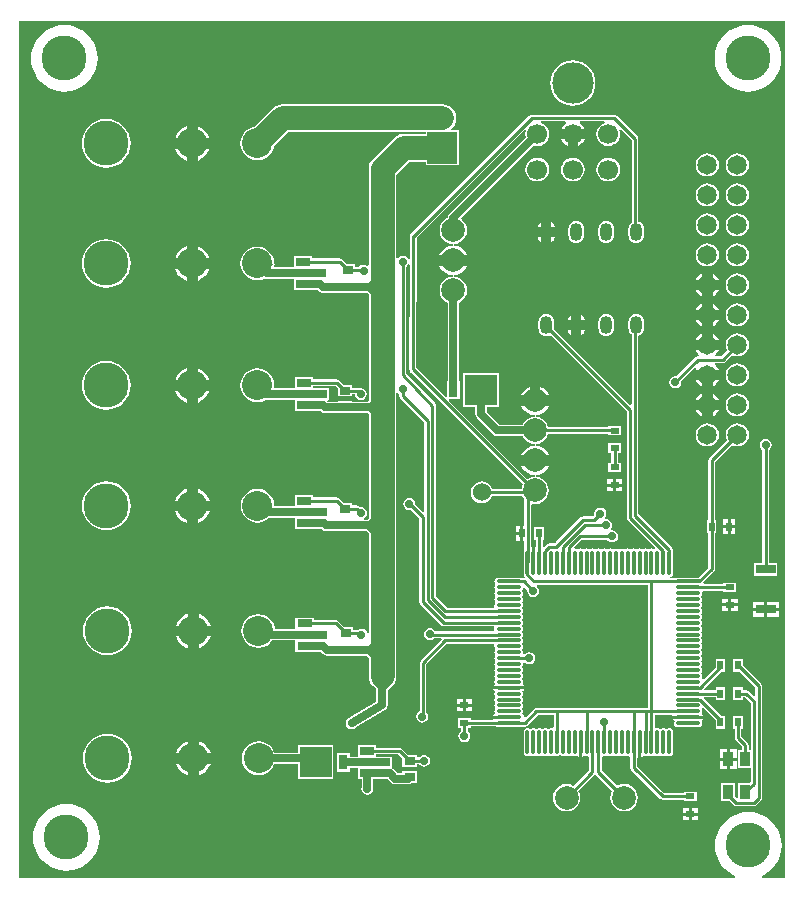
<source format=gtl>
G04*
G04 #@! TF.GenerationSoftware,Altium Limited,Altium Designer,18.1.6 (161)*
G04*
G04 Layer_Physical_Order=1*
G04 Layer_Color=255*
%FSLAX44Y44*%
%MOMM*%
G71*
G01*
G75*
%ADD12C,0.2540*%
%ADD40R,1.2500X0.6500*%
%ADD41R,1.2700X0.7620*%
%ADD42R,2.5400X2.6670*%
%ADD43R,0.7620X1.2700*%
%ADD44R,2.6700X2.5400*%
%ADD45R,0.9000X0.7000*%
%ADD46R,0.8000X0.5000*%
%ADD47R,0.5000X0.8000*%
%ADD48R,1.7000X0.8000*%
%ADD49O,0.3000X2.1000*%
%ADD50O,2.1000X0.3000*%
%ADD51R,0.9000X1.2000*%
%ADD52R,2.6670X2.5400*%
%ADD53C,0.6350*%
%ADD54C,2.0320*%
%ADD55C,0.5080*%
%ADD56C,1.5240*%
%ADD57C,3.8100*%
%ADD58C,2.5400*%
%ADD59C,2.0000*%
%ADD60C,1.6510*%
%ADD61C,1.7000*%
%ADD62C,3.5000*%
%ADD63O,1.0160X1.5240*%
%ADD64C,0.7000*%
G36*
X1019464Y632929D02*
X1019464Y543595D01*
X1019464Y543595D01*
X1019464Y543595D01*
X1019464Y364927D01*
X1019465Y275593D01*
Y93195D01*
X999879D01*
X999626Y94465D01*
X1001350Y95179D01*
X1005134Y97497D01*
X1008508Y100379D01*
X1011390Y103754D01*
X1013709Y107538D01*
X1015407Y111638D01*
X1016443Y115953D01*
X1016792Y120377D01*
X1016443Y124801D01*
X1015407Y129117D01*
X1013709Y133217D01*
X1011390Y137001D01*
X1008508Y140375D01*
X1005134Y143257D01*
X1001350Y145576D01*
X997250Y147274D01*
X992934Y148310D01*
X988510Y148659D01*
X984086Y148310D01*
X979771Y147274D01*
X975671Y145576D01*
X971887Y143257D01*
X968512Y140375D01*
X965630Y137001D01*
X963312Y133217D01*
X961613Y129117D01*
X960577Y124801D01*
X960229Y120377D01*
X960577Y115953D01*
X961613Y111638D01*
X963312Y107538D01*
X965630Y103754D01*
X968512Y100379D01*
X971887Y97497D01*
X975671Y95179D01*
X977394Y94465D01*
X977142Y93195D01*
X371038Y93195D01*
X371038Y818578D01*
X1019464D01*
X1019464Y632929D01*
D02*
G37*
%LPC*%
G36*
X988137Y815131D02*
X983713Y814783D01*
X979398Y813747D01*
X975298Y812048D01*
X971514Y809730D01*
X968139Y806848D01*
X965257Y803473D01*
X962938Y799689D01*
X961240Y795589D01*
X960204Y791274D01*
X959856Y786850D01*
X960204Y782426D01*
X961240Y778110D01*
X962938Y774010D01*
X965257Y770226D01*
X968139Y766852D01*
X971514Y763970D01*
X975298Y761651D01*
X979398Y759953D01*
X983713Y758917D01*
X988137Y758568D01*
X992561Y758917D01*
X996876Y759953D01*
X1000976Y761651D01*
X1004760Y763970D01*
X1008135Y766852D01*
X1011017Y770226D01*
X1013336Y774010D01*
X1015034Y778110D01*
X1016070Y782426D01*
X1016418Y786850D01*
X1016070Y791274D01*
X1015034Y795589D01*
X1013336Y799689D01*
X1011017Y803473D01*
X1008135Y806848D01*
X1004760Y809730D01*
X1000976Y812048D01*
X996876Y813747D01*
X992561Y814783D01*
X988137Y815131D01*
D02*
G37*
G36*
X409279Y815114D02*
X404855Y814766D01*
X400539Y813730D01*
X396439Y812031D01*
X392655Y809713D01*
X389281Y806831D01*
X386399Y803456D01*
X384080Y799672D01*
X382382Y795572D01*
X381346Y791257D01*
X380998Y786833D01*
X381346Y782409D01*
X382382Y778093D01*
X384080Y773993D01*
X386399Y770210D01*
X389281Y766835D01*
X392655Y763953D01*
X396439Y761634D01*
X400539Y759936D01*
X404855Y758900D01*
X409279Y758552D01*
X413703Y758900D01*
X418018Y759936D01*
X422118Y761634D01*
X425902Y763953D01*
X429277Y766835D01*
X432159Y770210D01*
X434477Y773993D01*
X436176Y778093D01*
X437212Y782409D01*
X437560Y786833D01*
X437212Y791257D01*
X436176Y795572D01*
X434477Y799672D01*
X432159Y803456D01*
X429277Y806831D01*
X425902Y809713D01*
X422118Y812031D01*
X418018Y813730D01*
X413703Y814766D01*
X409279Y815114D01*
D02*
G37*
G36*
X839851Y784999D02*
X836121Y784632D01*
X832535Y783544D01*
X829230Y781777D01*
X826334Y779400D01*
X823956Y776503D01*
X822190Y773198D01*
X821102Y769612D01*
X820735Y765883D01*
X821102Y762153D01*
X822190Y758567D01*
X823956Y755262D01*
X826334Y752366D01*
X829230Y749988D01*
X832535Y748222D01*
X836121Y747134D01*
X839851Y746767D01*
X843580Y747134D01*
X847166Y748222D01*
X850471Y749988D01*
X853368Y752366D01*
X855745Y755262D01*
X857512Y758567D01*
X858599Y762153D01*
X858967Y765883D01*
X858599Y769612D01*
X857512Y773198D01*
X855745Y776503D01*
X853368Y779400D01*
X850471Y781777D01*
X847166Y783544D01*
X843580Y784632D01*
X839851Y784999D01*
D02*
G37*
G36*
X522038Y729302D02*
Y719212D01*
X532129D01*
X531704Y720612D01*
X530293Y723252D01*
X528393Y725567D01*
X526079Y727466D01*
X523438Y728878D01*
X522038Y729302D01*
D02*
G37*
G36*
X513148D02*
X511748Y728878D01*
X509108Y727466D01*
X506793Y725567D01*
X504894Y723252D01*
X503482Y720612D01*
X503058Y719212D01*
X513148D01*
Y729302D01*
D02*
G37*
G36*
X849916Y718238D02*
X844296D01*
Y712618D01*
X845398Y713074D01*
X847696Y714837D01*
X849459Y717135D01*
X849916Y718238D01*
D02*
G37*
G36*
X835406D02*
X829786D01*
X830242Y717135D01*
X832005Y714837D01*
X834303Y713074D01*
X835406Y712618D01*
Y718238D01*
D02*
G37*
G36*
X532129Y710322D02*
X522038D01*
Y700231D01*
X523438Y700656D01*
X526079Y702067D01*
X528393Y703967D01*
X530293Y706281D01*
X531704Y708922D01*
X532129Y710322D01*
D02*
G37*
G36*
X513148D02*
X503058D01*
X503482Y708922D01*
X504894Y706281D01*
X506793Y703967D01*
X509108Y702067D01*
X511748Y700656D01*
X513148Y700231D01*
Y710322D01*
D02*
G37*
G36*
X444695Y735440D02*
X440662Y735043D01*
X436784Y733867D01*
X433210Y731956D01*
X430077Y729385D01*
X427506Y726252D01*
X425596Y722678D01*
X424419Y718800D01*
X424022Y714767D01*
X424419Y710734D01*
X425596Y706855D01*
X427506Y703281D01*
X430077Y700148D01*
X433210Y697577D01*
X436784Y695667D01*
X440662Y694491D01*
X444695Y694093D01*
X448728Y694491D01*
X452607Y695667D01*
X456181Y697577D01*
X459314Y700148D01*
X461885Y703281D01*
X463795Y706855D01*
X464972Y710734D01*
X465369Y714767D01*
X464972Y718800D01*
X463795Y722678D01*
X461885Y726252D01*
X459314Y729385D01*
X456181Y731956D01*
X452607Y733867D01*
X448728Y735043D01*
X444695Y735440D01*
D02*
G37*
G36*
X979056Y706560D02*
X976503Y706224D01*
X974124Y705239D01*
X972082Y703671D01*
X970514Y701628D01*
X969529Y699250D01*
X969193Y696697D01*
X969529Y694144D01*
X970514Y691765D01*
X972082Y689722D01*
X974124Y688155D01*
X976503Y687170D01*
X979056Y686833D01*
X981609Y687170D01*
X983988Y688155D01*
X986031Y689722D01*
X987598Y691765D01*
X988583Y694144D01*
X988920Y696697D01*
X988583Y699250D01*
X987598Y701628D01*
X986031Y703671D01*
X983988Y705239D01*
X981609Y706224D01*
X979056Y706560D01*
D02*
G37*
G36*
X953656D02*
X951103Y706224D01*
X948724Y705239D01*
X946682Y703671D01*
X945114Y701628D01*
X944129Y699250D01*
X943793Y696697D01*
X944129Y694144D01*
X945114Y691765D01*
X946682Y689722D01*
X948724Y688155D01*
X951103Y687170D01*
X953656Y686833D01*
X956209Y687170D01*
X958588Y688155D01*
X960631Y689722D01*
X962198Y691765D01*
X963183Y694144D01*
X963520Y696697D01*
X963183Y699250D01*
X962198Y701628D01*
X960631Y703671D01*
X958588Y705239D01*
X956209Y706224D01*
X953656Y706560D01*
D02*
G37*
G36*
X869851Y702793D02*
X867234Y702449D01*
X864796Y701439D01*
X862701Y699832D01*
X861095Y697738D01*
X860085Y695300D01*
X859740Y692683D01*
X860085Y690066D01*
X861095Y687627D01*
X862701Y685534D01*
X864796Y683927D01*
X867234Y682917D01*
X869851Y682572D01*
X872467Y682917D01*
X874906Y683927D01*
X877000Y685534D01*
X878607Y687627D01*
X879617Y690066D01*
X879961Y692683D01*
X879617Y695300D01*
X878607Y697738D01*
X877000Y699832D01*
X874906Y701439D01*
X872467Y702449D01*
X869851Y702793D01*
D02*
G37*
G36*
X839851D02*
X837234Y702449D01*
X834796Y701439D01*
X832701Y699832D01*
X831095Y697738D01*
X830085Y695300D01*
X829740Y692683D01*
X830085Y690066D01*
X831095Y687627D01*
X832701Y685534D01*
X834796Y683927D01*
X837234Y682917D01*
X839851Y682572D01*
X842467Y682917D01*
X844906Y683927D01*
X847000Y685534D01*
X848607Y687627D01*
X849617Y690066D01*
X849961Y692683D01*
X849617Y695300D01*
X848607Y697738D01*
X847000Y699832D01*
X844906Y701439D01*
X842467Y702449D01*
X839851Y702793D01*
D02*
G37*
G36*
X809851D02*
X807234Y702449D01*
X804796Y701439D01*
X802701Y699832D01*
X801095Y697738D01*
X800085Y695300D01*
X799740Y692683D01*
X800085Y690066D01*
X801095Y687627D01*
X802701Y685534D01*
X804796Y683927D01*
X807234Y682917D01*
X809851Y682572D01*
X812467Y682917D01*
X814906Y683927D01*
X817000Y685534D01*
X818607Y687627D01*
X819617Y690066D01*
X819961Y692683D01*
X819617Y695300D01*
X818607Y697738D01*
X817000Y699832D01*
X814906Y701439D01*
X812467Y702449D01*
X809851Y702793D01*
D02*
G37*
G36*
X979056Y681160D02*
X976503Y680824D01*
X974124Y679839D01*
X972082Y678271D01*
X970514Y676228D01*
X969529Y673850D01*
X969193Y671297D01*
X969529Y668744D01*
X970514Y666365D01*
X972082Y664322D01*
X974124Y662755D01*
X976503Y661770D01*
X979056Y661433D01*
X981609Y661770D01*
X983988Y662755D01*
X986031Y664322D01*
X987598Y666365D01*
X988583Y668744D01*
X988920Y671297D01*
X988583Y673850D01*
X987598Y676228D01*
X986031Y678271D01*
X983988Y679839D01*
X981609Y680824D01*
X979056Y681160D01*
D02*
G37*
G36*
X953656D02*
X951103Y680824D01*
X948724Y679839D01*
X946682Y678271D01*
X945114Y676228D01*
X944129Y673850D01*
X943793Y671297D01*
X944129Y668744D01*
X945114Y666365D01*
X946682Y664322D01*
X948724Y662755D01*
X951103Y661770D01*
X953656Y661433D01*
X956209Y661770D01*
X958588Y662755D01*
X960631Y664322D01*
X962198Y666365D01*
X963183Y668744D01*
X963520Y671297D01*
X963183Y673850D01*
X962198Y676228D01*
X960631Y678271D01*
X958588Y679839D01*
X956209Y680824D01*
X953656Y681160D01*
D02*
G37*
G36*
X821755Y648444D02*
Y644206D01*
X824705D01*
X824695Y644280D01*
X823931Y646124D01*
X822716Y647707D01*
X821755Y648444D01*
D02*
G37*
G36*
X812865Y648444D02*
X811904Y647707D01*
X810689Y646124D01*
X809925Y644280D01*
X809915Y644206D01*
X812865D01*
Y648444D01*
D02*
G37*
G36*
X979056Y655760D02*
X976503Y655424D01*
X974124Y654439D01*
X972082Y652871D01*
X970514Y650828D01*
X969529Y648450D01*
X969193Y645897D01*
X969529Y643344D01*
X970514Y640965D01*
X972082Y638922D01*
X974124Y637355D01*
X976503Y636370D01*
X979056Y636034D01*
X981609Y636370D01*
X983988Y637355D01*
X986031Y638922D01*
X987598Y640965D01*
X988583Y643344D01*
X988920Y645897D01*
X988583Y648450D01*
X987598Y650828D01*
X986031Y652871D01*
X983988Y654439D01*
X981609Y655424D01*
X979056Y655760D01*
D02*
G37*
G36*
X953656D02*
X951103Y655424D01*
X948724Y654439D01*
X946682Y652871D01*
X945114Y650828D01*
X944129Y648450D01*
X943793Y645897D01*
X944129Y643344D01*
X945114Y640965D01*
X946682Y638922D01*
X948724Y637355D01*
X951103Y636370D01*
X953656Y636034D01*
X956209Y636370D01*
X958588Y637355D01*
X960631Y638922D01*
X962198Y640965D01*
X963183Y643344D01*
X963520Y645897D01*
X963183Y648450D01*
X962198Y650828D01*
X960631Y652871D01*
X958588Y654439D01*
X956209Y655424D01*
X953656Y655760D01*
D02*
G37*
G36*
X812865Y635316D02*
X809915D01*
X809925Y635242D01*
X810689Y633398D01*
X811904Y631815D01*
X812865Y631077D01*
Y635316D01*
D02*
G37*
G36*
X824705D02*
X821755D01*
Y631077D01*
X822716Y631815D01*
X823931Y633398D01*
X824695Y635242D01*
X824705Y635316D01*
D02*
G37*
G36*
X594118Y747958D02*
X591068Y747557D01*
X588226Y746379D01*
X585785Y744507D01*
X585785Y744507D01*
X570040Y728762D01*
X568998Y728625D01*
X565538Y727191D01*
X562567Y724911D01*
X560287Y721940D01*
X558853Y718480D01*
X558365Y714767D01*
X558853Y711054D01*
X560287Y707594D01*
X562567Y704622D01*
X565538Y702342D01*
X568998Y700909D01*
X572711Y700420D01*
X576424Y700909D01*
X579885Y702342D01*
X582856Y704622D01*
X585136Y707594D01*
X586569Y711054D01*
X586706Y712096D01*
X598999Y724389D01*
X715204D01*
Y722939D01*
X696781D01*
X696780Y722939D01*
X693730Y722538D01*
X690888Y721360D01*
X688447Y719488D01*
X688447Y719488D01*
X670354Y701394D01*
X668481Y698954D01*
X667304Y696111D01*
X667103Y694586D01*
X666902Y693061D01*
X666902Y693061D01*
Y611888D01*
X665632Y611209D01*
X664666Y611855D01*
X662705Y612245D01*
X660745Y611855D01*
X659083Y610744D01*
X658669Y610124D01*
X655753D01*
Y612299D01*
X648733D01*
X644346Y616687D01*
X643421Y617305D01*
X642331Y617522D01*
X642331Y617522D01*
X619132D01*
Y619447D01*
X603584D01*
Y609964D01*
X587627D01*
X587024Y611192D01*
X587030Y611234D01*
X587239Y612285D01*
X587027Y613354D01*
X586569Y616828D01*
X585136Y620288D01*
X582856Y623259D01*
X579885Y625539D01*
X576424Y626973D01*
X572711Y627461D01*
X568998Y626973D01*
X565538Y625539D01*
X562567Y623259D01*
X560287Y620288D01*
X558853Y616828D01*
X558365Y613115D01*
X558853Y609401D01*
X560287Y605941D01*
X562567Y602970D01*
X565538Y600690D01*
X568998Y599257D01*
X572711Y598768D01*
X576424Y599257D01*
X579631Y600585D01*
X580653Y600382D01*
X603584D01*
Y590899D01*
X611273D01*
X611358Y590882D01*
X623602D01*
X624596Y589888D01*
X626151Y588849D01*
X627984Y588484D01*
X643705D01*
Y588252D01*
X655753D01*
Y588484D01*
X665467D01*
X666902Y586917D01*
Y497468D01*
X665482Y496048D01*
X652937D01*
Y496553D01*
X640889D01*
Y496048D01*
X632254D01*
X631749Y496656D01*
X632339Y497926D01*
X633371D01*
Y507474D01*
X625682D01*
X625597Y507491D01*
X619871D01*
Y509352D01*
X638946D01*
X640889Y507409D01*
Y500505D01*
X652937D01*
Y502408D01*
X655271D01*
X655646Y500524D01*
X656757Y498862D01*
X658418Y497752D01*
X660379Y497362D01*
X662339Y497752D01*
X664001Y498862D01*
X665111Y500524D01*
X665501Y502484D01*
X665111Y504444D01*
X664001Y506106D01*
X662339Y507217D01*
X660379Y507607D01*
X659408Y507413D01*
X658696Y507889D01*
X657606Y508106D01*
X657606Y508106D01*
X652937D01*
Y510553D01*
X645802D01*
X642141Y514215D01*
X641216Y514832D01*
X640126Y515049D01*
X640126Y515049D01*
X619871D01*
Y516974D01*
X604323D01*
Y507491D01*
X587706D01*
X586869Y508446D01*
X587058Y509884D01*
X586569Y513597D01*
X585136Y517057D01*
X582856Y520028D01*
X579885Y522308D01*
X576424Y523741D01*
X572711Y524230D01*
X568998Y523741D01*
X565538Y522308D01*
X562567Y520028D01*
X560287Y517057D01*
X558853Y513597D01*
X558365Y509884D01*
X558853Y506170D01*
X560287Y502710D01*
X562567Y499739D01*
X565538Y497459D01*
X568998Y496026D01*
X572711Y495537D01*
X576424Y496026D01*
X579885Y497459D01*
X580471Y497909D01*
X604323D01*
Y488426D01*
X612011D01*
X612097Y488409D01*
X625965D01*
X626505Y487869D01*
X628060Y486831D01*
X629893Y486466D01*
X665968D01*
X666902Y485446D01*
X666902Y397457D01*
X665608Y396163D01*
X663051D01*
X662698Y397433D01*
X664053Y398338D01*
X665163Y400000D01*
X665553Y401960D01*
X665163Y403921D01*
X664053Y405583D01*
X662391Y406693D01*
X660431Y407083D01*
X659519Y406901D01*
X659034Y407386D01*
X658109Y408004D01*
X657019Y408221D01*
X657019Y408221D01*
X653053D01*
Y410396D01*
X646034D01*
X642227Y414203D01*
X641303Y414821D01*
X640212Y415037D01*
X640212Y415037D01*
X619716D01*
Y416963D01*
X604168D01*
Y407480D01*
X587615D01*
X587175Y407981D01*
X586686Y411694D01*
X585253Y415154D01*
X582973Y418126D01*
X580002Y420406D01*
X576541Y421839D01*
X572828Y422328D01*
X569115Y421839D01*
X565655Y420406D01*
X562683Y418126D01*
X560404Y415154D01*
X558970Y411694D01*
X558481Y407981D01*
X558970Y404268D01*
X560404Y400808D01*
X562683Y397836D01*
X565655Y395556D01*
X569115Y394123D01*
X572828Y393634D01*
X576541Y394123D01*
X580002Y395556D01*
X582973Y397836D01*
X583020Y397898D01*
X604168D01*
Y388415D01*
X611856D01*
X611942Y388398D01*
X627002D01*
X627416Y387984D01*
X628970Y386945D01*
X630804Y386581D01*
X641005D01*
Y386348D01*
X653053D01*
Y386581D01*
X665314D01*
X666902Y384847D01*
Y300110D01*
X665632Y299985D01*
X665467Y300818D01*
X664356Y302479D01*
X662695Y303590D01*
X660734Y303980D01*
X658774Y303590D01*
X657584Y302795D01*
X653466D01*
Y304970D01*
X646446D01*
X641045Y310372D01*
X640120Y310989D01*
X639030Y311206D01*
X639030Y311206D01*
X620437D01*
Y313131D01*
X604889D01*
Y303648D01*
X587767D01*
X587490Y305747D01*
X586057Y309207D01*
X583777Y312179D01*
X580806Y314459D01*
X577346Y315892D01*
X573633Y316381D01*
X569919Y315892D01*
X566459Y314459D01*
X563488Y312179D01*
X561208Y309207D01*
X559775Y305747D01*
X559286Y302034D01*
X559775Y298321D01*
X561208Y294860D01*
X563488Y291889D01*
X566459Y289609D01*
X569919Y288176D01*
X573633Y287687D01*
X577346Y288176D01*
X580806Y289609D01*
X583777Y291889D01*
X585448Y294066D01*
X604889D01*
Y284583D01*
X612577D01*
X612663Y284566D01*
X626594D01*
X628584Y282576D01*
X630138Y281538D01*
X631972Y281173D01*
X641418D01*
Y280922D01*
X653466D01*
Y281155D01*
X665148D01*
X666902Y279239D01*
Y264016D01*
X667048Y262911D01*
X666978Y262745D01*
X666980Y262740D01*
X666978Y262735D01*
X667114Y262406D01*
X667304Y260965D01*
X668481Y258123D01*
X670354Y255683D01*
X671184Y255046D01*
X673425Y252437D01*
X673414Y241729D01*
X651508Y228744D01*
X650683Y228580D01*
X649021Y227470D01*
X647911Y225808D01*
X647521Y223847D01*
X647911Y221887D01*
X649021Y220225D01*
X650683Y219115D01*
X652643Y218725D01*
X654604Y219115D01*
X656265Y220225D01*
X656486Y220556D01*
X680646Y234876D01*
X681090Y235275D01*
X681587Y235606D01*
X681779Y235894D01*
X682037Y236125D01*
X682295Y236663D01*
X682627Y237160D01*
X682695Y237499D01*
X682844Y237811D01*
X682876Y238407D01*
X682994Y238993D01*
X683006Y252202D01*
X684729Y253924D01*
X687020Y255683D01*
X688893Y258123D01*
X690070Y260965D01*
X690197Y261930D01*
X690233Y262023D01*
X690229Y262171D01*
X690260Y262409D01*
X690342Y262602D01*
X690341Y262605D01*
X690342Y262607D01*
X690341Y262610D01*
X690342Y262612D01*
X690301Y262713D01*
X690472Y264016D01*
X690472Y503420D01*
X691742Y503805D01*
X692264Y503024D01*
X693037Y502508D01*
Y500633D01*
X693037Y500633D01*
X693254Y499543D01*
X693871Y498619D01*
X700747Y491743D01*
X701671Y491126D01*
X701696Y491121D01*
X714015Y478802D01*
Y402840D01*
X712841Y402355D01*
X706426Y408770D01*
X706560Y409445D01*
X706170Y411405D01*
X705060Y413067D01*
X703398Y414177D01*
X701438Y414567D01*
X699477Y414177D01*
X697816Y413067D01*
X696705Y411405D01*
X696315Y409445D01*
X696705Y407485D01*
X697816Y405823D01*
X699477Y404712D01*
X701438Y404323D01*
X702587Y404551D01*
X709951Y397188D01*
Y326659D01*
X709951Y326658D01*
X710167Y325568D01*
X710785Y324644D01*
X728494Y306935D01*
X728494Y306935D01*
X729419Y306317D01*
X730509Y306100D01*
X772795D01*
X773497Y304830D01*
X773322Y303949D01*
X773497Y303068D01*
X772795Y301798D01*
X723334D01*
X722536Y302991D01*
X720874Y304102D01*
X718914Y304492D01*
X716954Y304102D01*
X715292Y302991D01*
X714182Y301329D01*
X713792Y299369D01*
X714182Y297409D01*
X715292Y295747D01*
X716954Y294637D01*
X718914Y294247D01*
X720874Y294637D01*
X722536Y295747D01*
X722772Y296100D01*
X728330D01*
X728856Y294830D01*
X710862Y276836D01*
X710244Y275912D01*
X710027Y274821D01*
X710027Y274821D01*
Y233958D01*
X708634Y233027D01*
X707524Y231366D01*
X707134Y229405D01*
X707524Y227445D01*
X708634Y225783D01*
X710296Y224673D01*
X712256Y224283D01*
X714217Y224673D01*
X715878Y225783D01*
X716989Y227445D01*
X717379Y229405D01*
X716989Y231366D01*
X715878Y233027D01*
X715725Y233130D01*
Y273641D01*
X733184Y291100D01*
X772795D01*
X773497Y289830D01*
X773322Y288949D01*
X773557Y287769D01*
X774225Y286769D01*
Y286129D01*
X773557Y285129D01*
X773322Y283949D01*
X773557Y282769D01*
X774225Y281769D01*
Y281129D01*
X773557Y280129D01*
X773322Y278949D01*
X773557Y277769D01*
X774225Y276769D01*
Y276129D01*
X773557Y275129D01*
X773322Y273949D01*
X773557Y272769D01*
X774225Y271769D01*
Y271129D01*
X773557Y270129D01*
X773322Y268949D01*
X773557Y267769D01*
X774225Y266769D01*
Y266129D01*
X773557Y265129D01*
X773322Y263949D01*
X773557Y262769D01*
X774225Y261769D01*
Y261129D01*
X773557Y260129D01*
X773322Y258949D01*
X773557Y257769D01*
X773978Y257138D01*
X773521Y256833D01*
X772637Y255510D01*
X772579Y255219D01*
X785405D01*
X798231D01*
X798173Y255510D01*
X797289Y256833D01*
X796832Y257138D01*
X797254Y257769D01*
X797488Y258949D01*
X797254Y260129D01*
X796585Y261129D01*
Y261769D01*
X797254Y262769D01*
X797488Y263949D01*
X797254Y265129D01*
X796585Y266129D01*
Y266769D01*
X797254Y267769D01*
X797488Y268949D01*
X797254Y270129D01*
X796585Y271129D01*
Y271769D01*
X797254Y272769D01*
X797488Y273949D01*
X797374Y274525D01*
X798180Y275645D01*
X799148Y275671D01*
X799378Y275327D01*
X801040Y274216D01*
X803000Y273827D01*
X804961Y274216D01*
X806622Y275327D01*
X807733Y276989D01*
X808123Y278949D01*
X807733Y280909D01*
X806622Y282571D01*
X804961Y283682D01*
X803000Y284071D01*
X801040Y283682D01*
X799378Y282571D01*
X799148Y282227D01*
X798180Y282253D01*
X797374Y283373D01*
X797488Y283949D01*
X797254Y285129D01*
X796585Y286129D01*
Y286769D01*
X797254Y287769D01*
X797488Y288949D01*
X797254Y290129D01*
X796585Y291129D01*
Y291769D01*
X797254Y292769D01*
X797488Y293949D01*
X797254Y295129D01*
X796585Y296129D01*
Y296769D01*
X797254Y297769D01*
X797488Y298949D01*
X797254Y300129D01*
X796585Y301129D01*
Y301769D01*
X797254Y302769D01*
X797488Y303949D01*
X797254Y305129D01*
X796585Y306129D01*
Y306769D01*
X797254Y307769D01*
X797488Y308949D01*
X797254Y310129D01*
X796585Y311129D01*
Y311769D01*
X797254Y312769D01*
X797488Y313949D01*
X797254Y315129D01*
X796585Y316129D01*
Y316769D01*
X797254Y317769D01*
X797488Y318949D01*
X797254Y320129D01*
X796585Y321129D01*
Y321769D01*
X797254Y322769D01*
X797488Y323949D01*
X797254Y325129D01*
X796585Y326129D01*
Y326769D01*
X797254Y327769D01*
X797488Y328949D01*
X797254Y330129D01*
X796585Y331129D01*
Y331769D01*
X797254Y332769D01*
X797488Y333949D01*
X797254Y335129D01*
X796585Y336129D01*
Y336769D01*
X797254Y337769D01*
X797465Y338828D01*
X797906Y339103D01*
X798695Y339394D01*
X801330Y336759D01*
X801149Y335846D01*
X801539Y333886D01*
X802649Y332224D01*
X804311Y331114D01*
X806271Y330724D01*
X808232Y331114D01*
X809893Y332224D01*
X811004Y333886D01*
X811394Y335846D01*
X811004Y337807D01*
X809893Y339468D01*
X809352Y339830D01*
X809737Y341100D01*
X903557D01*
Y236798D01*
X809045D01*
X807955Y236581D01*
X807031Y235963D01*
X807031Y235963D01*
X799719Y228652D01*
X799109Y228799D01*
X798440Y229169D01*
X798173Y230510D01*
X797289Y231833D01*
X796832Y232138D01*
X797254Y232769D01*
X797488Y233949D01*
X797254Y235129D01*
X796585Y236129D01*
Y236769D01*
X797254Y237769D01*
X797488Y238949D01*
X797254Y240129D01*
X796585Y241129D01*
Y241769D01*
X797254Y242769D01*
X797488Y243949D01*
X797254Y245129D01*
X796585Y246129D01*
Y246769D01*
X797254Y247769D01*
X797488Y248949D01*
X797254Y250129D01*
X796832Y250760D01*
X797289Y251065D01*
X798173Y252388D01*
X798231Y252679D01*
X785405D01*
X772579D01*
X772637Y252388D01*
X773521Y251065D01*
X773978Y250760D01*
X773557Y250129D01*
X773322Y248949D01*
X773557Y247769D01*
X774225Y246769D01*
Y246129D01*
X773557Y245129D01*
X773322Y243949D01*
X773557Y242769D01*
X774225Y241769D01*
Y241129D01*
X773557Y240129D01*
X773322Y238949D01*
X773557Y237769D01*
X774225Y236769D01*
Y236129D01*
X773557Y235129D01*
X773322Y233949D01*
X773557Y232769D01*
X773978Y232138D01*
X773521Y231833D01*
X772637Y230510D01*
X772579Y230219D01*
X785405D01*
Y227679D01*
X772181D01*
X771588Y226846D01*
X753518D01*
Y228022D01*
X742470D01*
Y219974D01*
X745146D01*
Y217154D01*
X744372Y216637D01*
X743262Y214975D01*
X742872Y213015D01*
X743262Y211055D01*
X744372Y209393D01*
X746034Y208283D01*
X747994Y207893D01*
X749955Y208283D01*
X751616Y209393D01*
X752727Y211055D01*
X753117Y213015D01*
X752727Y214975D01*
X751616Y216637D01*
X750843Y217154D01*
Y219974D01*
X753518D01*
Y221149D01*
X775153D01*
X775225Y221100D01*
X776405Y220866D01*
X794405D01*
X795584Y221100D01*
X799045D01*
X799045Y221100D01*
X800135Y221317D01*
X801059Y221935D01*
X810225Y231100D01*
X823557D01*
Y220560D01*
X822287Y219857D01*
X821405Y220032D01*
X820225Y219797D01*
X819225Y219129D01*
X818585D01*
X817585Y219797D01*
X816405Y220032D01*
X815225Y219797D01*
X814225Y219129D01*
X813585D01*
X812585Y219797D01*
X811405Y220032D01*
X810225Y219797D01*
X809225Y219129D01*
X808586D01*
X807585Y219797D01*
X806405Y220032D01*
X805225Y219797D01*
X804225Y219129D01*
X803585D01*
X802585Y219797D01*
X801405Y220032D01*
X800225Y219797D01*
X799225Y219129D01*
X798557Y218129D01*
X798322Y216949D01*
Y198949D01*
X798557Y197769D01*
X799225Y196769D01*
X800225Y196100D01*
X801405Y195866D01*
X802585Y196100D01*
X803585Y196769D01*
X804225D01*
X805225Y196100D01*
X806405Y195866D01*
X807585Y196100D01*
X807972Y196359D01*
X808905Y196664D01*
X809839Y196359D01*
X810225Y196100D01*
X811405Y195866D01*
X812585Y196100D01*
X812972Y196359D01*
X813905Y196664D01*
X814839Y196359D01*
X815225Y196100D01*
X816405Y195866D01*
X817585Y196100D01*
X817972Y196359D01*
X818905Y196664D01*
X819839Y196359D01*
X820225Y196100D01*
X821405Y195866D01*
X822585Y196100D01*
X822972Y196359D01*
X823905Y196664D01*
X824839Y196359D01*
X825225Y196100D01*
X826405Y195866D01*
X827585Y196100D01*
X828585Y196769D01*
X829225D01*
X830225Y196100D01*
X831405Y195866D01*
X832585Y196100D01*
X832972Y196359D01*
X833905Y196664D01*
X834839Y196359D01*
X835225Y196100D01*
X836405Y195866D01*
X837585Y196100D01*
X837972Y196359D01*
X838905Y196664D01*
X839839Y196359D01*
X840225Y196100D01*
X841405Y195866D01*
X842585Y196100D01*
X843216Y196522D01*
X843521Y196065D01*
X844845Y195181D01*
X845135Y195123D01*
Y207949D01*
X847675D01*
Y195123D01*
X847966Y195181D01*
X849289Y196065D01*
X849594Y196522D01*
X850225Y196100D01*
X851405Y195866D01*
X852287Y196041D01*
X853557Y195338D01*
Y183890D01*
X840458Y170791D01*
X840330Y170889D01*
X837526Y172051D01*
X834518Y172447D01*
X831510Y172051D01*
X828706Y170889D01*
X826299Y169042D01*
X824452Y166635D01*
X823291Y163832D01*
X822895Y160823D01*
X823291Y157815D01*
X824452Y155012D01*
X826299Y152604D01*
X828706Y150757D01*
X831510Y149596D01*
X834518Y149200D01*
X837526Y149596D01*
X840330Y150757D01*
X842737Y152604D01*
X844584Y155012D01*
X845745Y157815D01*
X846142Y160823D01*
X845745Y163832D01*
X844584Y166635D01*
X844486Y166763D01*
X858096Y180373D01*
X858549Y180495D01*
X859230Y180500D01*
X859735Y180378D01*
X873350Y166763D01*
X873252Y166635D01*
X872091Y163832D01*
X871695Y160823D01*
X872091Y157815D01*
X873252Y155012D01*
X875099Y152604D01*
X877506Y150757D01*
X880310Y149596D01*
X883318Y149200D01*
X886327Y149596D01*
X889130Y150757D01*
X891537Y152604D01*
X893384Y155012D01*
X894546Y157815D01*
X894942Y160823D01*
X894546Y163832D01*
X893384Y166635D01*
X891537Y169042D01*
X889130Y170889D01*
X886327Y172051D01*
X883318Y172447D01*
X880310Y172051D01*
X877506Y170889D01*
X877379Y170791D01*
X864254Y183916D01*
Y195338D01*
X865524Y196041D01*
X866405Y195866D01*
X867585Y196100D01*
X867972Y196359D01*
X868905Y196664D01*
X869839Y196359D01*
X870225Y196100D01*
X871405Y195866D01*
X872585Y196100D01*
X872972Y196359D01*
X873905Y196664D01*
X874839Y196359D01*
X875225Y196100D01*
X876405Y195866D01*
X877585Y196100D01*
X877972Y196359D01*
X878905Y196664D01*
X879839Y196359D01*
X880225Y196100D01*
X881405Y195866D01*
X882585Y196100D01*
X882972Y196359D01*
X883905Y196664D01*
X884839Y196359D01*
X885225Y196100D01*
X886405Y195866D01*
X887287Y196041D01*
X888557Y195338D01*
Y186375D01*
X888557Y186375D01*
X888773Y185285D01*
X889391Y184361D01*
X913809Y159943D01*
X913809Y159943D01*
X914733Y159326D01*
X915823Y159109D01*
X933677D01*
Y157934D01*
X944725D01*
Y165982D01*
X933677D01*
Y164806D01*
X917003D01*
X894254Y187555D01*
Y194165D01*
X895135Y194776D01*
Y207949D01*
X897675D01*
Y195123D01*
X897966Y195181D01*
X899289Y196065D01*
X899594Y196522D01*
X900225Y196100D01*
X901405Y195866D01*
X902585Y196100D01*
X902972Y196359D01*
X903905Y196664D01*
X904839Y196359D01*
X905225Y196100D01*
X906405Y195866D01*
X907585Y196100D01*
X907972Y196359D01*
X908905Y196664D01*
X909839Y196359D01*
X910225Y196100D01*
X911405Y195866D01*
X912585Y196100D01*
X912972Y196359D01*
X913905Y196664D01*
X914839Y196359D01*
X915225Y196100D01*
X916405Y195866D01*
X917585Y196100D01*
X917972Y196359D01*
X918905Y196664D01*
X919839Y196359D01*
X920225Y196100D01*
X921405Y195866D01*
X922585Y196100D01*
X923586Y196769D01*
X924254Y197769D01*
X924489Y198949D01*
Y216949D01*
X924254Y218129D01*
X923586Y219129D01*
X922585Y219797D01*
X921405Y220032D01*
X920225Y219797D01*
X919225Y219129D01*
X918585D01*
X917585Y219797D01*
X916405Y220032D01*
X915225Y219797D01*
X914225Y219129D01*
X913585D01*
X912585Y219797D01*
X911405Y220032D01*
X910524Y219857D01*
X909254Y220560D01*
Y231100D01*
X923621D01*
X924232Y230219D01*
X937405D01*
X950231D01*
X950173Y230510D01*
X949289Y231833D01*
X948832Y232138D01*
X949254Y232769D01*
X949489Y233949D01*
X949254Y235129D01*
X948897Y235662D01*
X949251Y236584D01*
X950586Y236813D01*
X960635Y226763D01*
Y219117D01*
X968683D01*
Y230165D01*
X965291D01*
X950625Y244830D01*
X951151Y246100D01*
X960635D01*
Y243320D01*
X968683D01*
Y254368D01*
X960635D01*
Y251798D01*
X951151D01*
X950625Y253068D01*
X965080Y267522D01*
X968683D01*
Y278570D01*
X960635D01*
Y271135D01*
X950586Y261085D01*
X949251Y261314D01*
X948897Y262236D01*
X949254Y262769D01*
X949489Y263949D01*
X949254Y265129D01*
X948996Y265515D01*
X948690Y266449D01*
X948996Y267383D01*
X949254Y267769D01*
X949489Y268949D01*
X949254Y270129D01*
X948586Y271129D01*
Y271769D01*
X949254Y272769D01*
X949489Y273949D01*
X949254Y275129D01*
X948996Y275515D01*
X948690Y276449D01*
X948996Y277383D01*
X949254Y277769D01*
X949489Y278949D01*
X949254Y280129D01*
X948586Y281129D01*
Y281769D01*
X949254Y282769D01*
X949489Y283949D01*
X949254Y285129D01*
X948586Y286129D01*
Y286769D01*
X949254Y287769D01*
X949489Y288949D01*
X949254Y290129D01*
X948996Y290515D01*
X948690Y291449D01*
X948996Y292383D01*
X949254Y292769D01*
X949489Y293949D01*
X949254Y295129D01*
X948586Y296129D01*
Y296769D01*
X949254Y297769D01*
X949489Y298949D01*
X949254Y300129D01*
X948996Y300515D01*
X948690Y301449D01*
X948996Y302383D01*
X949254Y302769D01*
X949489Y303949D01*
X949254Y305129D01*
X948586Y306129D01*
Y306769D01*
X949254Y307769D01*
X949489Y308949D01*
X949254Y310129D01*
X948586Y311129D01*
Y311769D01*
X949254Y312769D01*
X949489Y313949D01*
X949254Y315129D01*
X948996Y315515D01*
X948690Y316449D01*
X948996Y317383D01*
X949254Y317769D01*
X949489Y318949D01*
X949254Y320129D01*
X948586Y321129D01*
Y321769D01*
X949254Y322769D01*
X949489Y323949D01*
X949254Y325129D01*
X948996Y325515D01*
X948690Y326449D01*
X948996Y327383D01*
X949254Y327769D01*
X949489Y328949D01*
X949254Y330129D01*
X948586Y331129D01*
Y331769D01*
X949254Y332769D01*
X949489Y333949D01*
X949313Y334830D01*
X950016Y336100D01*
X967308D01*
Y334973D01*
X978356D01*
Y343021D01*
X967308D01*
Y341798D01*
X950513D01*
X949987Y343068D01*
X959336Y352417D01*
X959954Y353341D01*
X960171Y354431D01*
X960171Y354431D01*
Y384735D01*
X961346D01*
Y395784D01*
X960171D01*
Y445182D01*
X974420Y459432D01*
X976503Y458570D01*
X979056Y458233D01*
X981609Y458570D01*
X983988Y459555D01*
X986031Y461122D01*
X987598Y463165D01*
X988583Y465544D01*
X988920Y468097D01*
X988583Y470650D01*
X987598Y473028D01*
X986031Y475071D01*
X983988Y476639D01*
X981609Y477624D01*
X979056Y477960D01*
X976503Y477624D01*
X974124Y476639D01*
X972082Y475071D01*
X970514Y473028D01*
X969529Y470650D01*
X969193Y468097D01*
X969529Y465544D01*
X970392Y463461D01*
X955307Y448377D01*
X954690Y447453D01*
X954473Y446363D01*
X954473Y446362D01*
Y395784D01*
X953298D01*
Y384735D01*
X954473D01*
Y355611D01*
X945894Y347032D01*
X928405D01*
X927226Y346798D01*
X922546D01*
X922421Y348068D01*
X922585Y348100D01*
X923586Y348769D01*
X924254Y349769D01*
X924489Y350949D01*
Y368949D01*
X924254Y370128D01*
Y370769D01*
X924037Y371859D01*
X923420Y372783D01*
X923420Y372783D01*
X895408Y400795D01*
Y552119D01*
X896840Y552712D01*
X898220Y553771D01*
X899278Y555150D01*
X899944Y556757D01*
X900171Y558481D01*
Y563561D01*
X899944Y565285D01*
X899278Y566891D01*
X898220Y568271D01*
X896840Y569329D01*
X895234Y569995D01*
X893510Y570222D01*
X891786Y569995D01*
X890179Y569329D01*
X888800Y568271D01*
X887741Y566891D01*
X887076Y565285D01*
X886849Y563561D01*
Y558481D01*
X887076Y556757D01*
X887741Y555150D01*
X888800Y553771D01*
X889710Y553072D01*
Y493797D01*
X888537Y493311D01*
X823901Y557948D01*
X823971Y558481D01*
Y563561D01*
X823744Y565285D01*
X823079Y566891D01*
X822020Y568271D01*
X820640Y569329D01*
X819034Y569995D01*
X817310Y570222D01*
X815586Y569995D01*
X813979Y569329D01*
X812600Y568271D01*
X811541Y566891D01*
X810876Y565285D01*
X810649Y563561D01*
Y558481D01*
X810876Y556757D01*
X811541Y555150D01*
X812600Y553771D01*
X813979Y552712D01*
X815586Y552047D01*
X817310Y551820D01*
X819034Y552047D01*
X820640Y552712D01*
X820889Y552902D01*
X885646Y488145D01*
Y397932D01*
X885646Y397932D01*
X885863Y396842D01*
X886481Y395917D01*
X909269Y373129D01*
X909041Y371795D01*
X908119Y371441D01*
X907585Y371797D01*
X906405Y372032D01*
X905225Y371797D01*
X904225Y371129D01*
X903585D01*
X902585Y371797D01*
X901405Y372032D01*
X900225Y371797D01*
X899225Y371129D01*
X898586D01*
X897585Y371797D01*
X896405Y372032D01*
X895225Y371797D01*
X894225Y371129D01*
X893585D01*
X892585Y371797D01*
X891405Y372032D01*
X890225Y371797D01*
X889225Y371129D01*
X888585D01*
X887585Y371797D01*
X886405Y372032D01*
X885225Y371797D01*
X884225Y371129D01*
X883586D01*
X882585Y371797D01*
X881405Y372032D01*
X880225Y371797D01*
X879225Y371129D01*
X878585D01*
X877585Y371797D01*
X876405Y372032D01*
X875225Y371797D01*
X874225Y371129D01*
X873586D01*
X872585Y371797D01*
X871405Y372032D01*
X870225Y371797D01*
X869225Y371129D01*
X868585D01*
X867585Y371797D01*
X866405Y372032D01*
X865225Y371797D01*
X864225Y371129D01*
X863585D01*
X862585Y371797D01*
X861405Y372032D01*
X860225Y371797D01*
X859225Y371129D01*
X858586D01*
X857585Y371797D01*
X856405Y372032D01*
X855225Y371797D01*
X854225Y371129D01*
X853585D01*
X852585Y371797D01*
X851405Y372032D01*
X850225Y371797D01*
X849225Y371129D01*
X848586D01*
X847585Y371797D01*
X846405Y372032D01*
X845225Y371797D01*
X844225Y371129D01*
X843585D01*
X842585Y371797D01*
X841554Y372003D01*
X841245Y372517D01*
X841002Y373247D01*
X846994Y379239D01*
X868796D01*
X869312Y378466D01*
X870974Y377356D01*
X872934Y376966D01*
X874895Y377356D01*
X876556Y378466D01*
X877667Y380128D01*
X878057Y382088D01*
X877667Y384048D01*
X876556Y385710D01*
X874895Y386821D01*
X872934Y387211D01*
X872375Y387099D01*
X872047Y387519D01*
X871746Y388269D01*
X872724Y389733D01*
X873114Y391693D01*
X872724Y393654D01*
X871614Y395316D01*
X869952Y396426D01*
X867992Y396816D01*
X867433Y396705D01*
X867104Y397124D01*
X866803Y397874D01*
X867781Y399338D01*
X868171Y401299D01*
X867781Y403259D01*
X866671Y404921D01*
X865009Y406031D01*
X863049Y406421D01*
X861088Y406031D01*
X859427Y404921D01*
X858316Y403259D01*
X857926Y401299D01*
X858108Y400387D01*
X856628Y398907D01*
X848290D01*
X848290Y398907D01*
X847200Y398690D01*
X846275Y398073D01*
X825327Y377124D01*
X825158Y376871D01*
X824378Y376092D01*
X819627D01*
X818537Y375875D01*
X817612Y375257D01*
X817612Y375257D01*
X815524Y373169D01*
X814254Y373695D01*
Y379201D01*
X815411D01*
Y390249D01*
X807363D01*
Y379201D01*
X808557D01*
Y373733D01*
X807675Y373122D01*
Y359949D01*
X805135D01*
Y373436D01*
X804530Y373918D01*
Y408548D01*
X805800Y409596D01*
X807850Y409327D01*
X810859Y409723D01*
X813662Y410884D01*
X816069Y412731D01*
X817916Y415138D01*
X819078Y417942D01*
X819473Y420950D01*
X819078Y423959D01*
X817916Y426762D01*
X816069Y429169D01*
X813662Y431016D01*
X810859Y432178D01*
X808672Y432465D01*
X808277Y432517D01*
Y433798D01*
X808672Y433850D01*
X811113Y434172D01*
X814154Y435431D01*
X816765Y437435D01*
X818769Y440046D01*
X819539Y441905D01*
X807850D01*
X796161D01*
X796931Y440046D01*
X798935Y437435D01*
X801546Y435431D01*
X804587Y434172D01*
X807028Y433850D01*
X807424Y433798D01*
Y432517D01*
X807028Y432465D01*
X804842Y432178D01*
X802038Y431016D01*
X801392Y430520D01*
X734813Y497098D01*
X735299Y498271D01*
X743877D01*
Y514020D01*
X743358D01*
Y579953D01*
X744379Y580376D01*
X746786Y582223D01*
X748634Y584630D01*
X749795Y587434D01*
X750191Y590442D01*
X749795Y593450D01*
X748634Y596254D01*
X746786Y598661D01*
X744379Y600508D01*
X741576Y601669D01*
X739389Y601957D01*
X738994Y602009D01*
Y603290D01*
X739389Y603342D01*
X741831Y603664D01*
X744871Y604923D01*
X747483Y606927D01*
X749486Y609538D01*
X750256Y611397D01*
X738567D01*
X726879D01*
X727649Y609538D01*
X729652Y606927D01*
X732263Y604923D01*
X735304Y603664D01*
X737745Y603342D01*
X738141Y603290D01*
Y602009D01*
X737745Y601957D01*
X735559Y601669D01*
X732756Y600508D01*
X730348Y598661D01*
X728501Y596254D01*
X727340Y593450D01*
X726944Y590442D01*
X727340Y587434D01*
X728501Y584630D01*
X730348Y582223D01*
X732756Y580376D01*
X733776Y579953D01*
Y514020D01*
X733209D01*
Y500362D01*
X732035Y499876D01*
X707179Y524732D01*
X707499Y634968D01*
X799332Y726802D01*
X800409Y726083D01*
X800085Y725300D01*
X799740Y722683D01*
X800085Y720066D01*
X800194Y719802D01*
X735180Y654787D01*
X734141Y653233D01*
X733848Y651761D01*
X732756Y651308D01*
X730348Y649461D01*
X728501Y647054D01*
X727340Y644250D01*
X726944Y641242D01*
X727340Y638233D01*
X728501Y635430D01*
X730348Y633023D01*
X732756Y631176D01*
X735559Y630014D01*
X737745Y629727D01*
X738141Y629675D01*
Y628394D01*
X737745Y628342D01*
X735304Y628020D01*
X732263Y626761D01*
X729652Y624757D01*
X727649Y622146D01*
X726879Y620287D01*
X738567D01*
X750256D01*
X749486Y622146D01*
X747483Y624757D01*
X744871Y626761D01*
X741831Y628020D01*
X739389Y628342D01*
X738994Y628394D01*
Y629675D01*
X739389Y629727D01*
X741576Y630014D01*
X744379Y631176D01*
X746786Y633023D01*
X748634Y635430D01*
X749795Y638233D01*
X750191Y641242D01*
X749795Y644250D01*
X748634Y647054D01*
X746786Y649461D01*
X745637Y650343D01*
X745554Y651610D01*
X806970Y713026D01*
X807234Y712917D01*
X809851Y712572D01*
X812467Y712917D01*
X814906Y713927D01*
X817000Y715534D01*
X818607Y717627D01*
X819617Y720066D01*
X819961Y722683D01*
X819617Y725300D01*
X818607Y727738D01*
X817000Y729832D01*
X814906Y731439D01*
X813024Y732218D01*
X813277Y733488D01*
X833424D01*
X834211Y732358D01*
X834208Y732218D01*
X832005Y730528D01*
X830242Y728230D01*
X829786Y727128D01*
X839851D01*
X849916D01*
X849459Y728230D01*
X847696Y730528D01*
X845493Y732218D01*
X845490Y732358D01*
X846277Y733488D01*
X866425D01*
X866677Y732218D01*
X864796Y731439D01*
X862701Y729832D01*
X861095Y727738D01*
X860085Y725300D01*
X859740Y722683D01*
X860085Y720066D01*
X861095Y717627D01*
X862701Y715534D01*
X864796Y713927D01*
X867234Y712917D01*
X869851Y712572D01*
X872467Y712917D01*
X874906Y713927D01*
X877000Y715534D01*
X878607Y717627D01*
X879617Y720066D01*
X879961Y722683D01*
X879617Y725300D01*
X879201Y726303D01*
X880278Y727022D01*
X889710Y717590D01*
Y647710D01*
X888800Y647011D01*
X887741Y645631D01*
X887076Y644025D01*
X886849Y642301D01*
Y637221D01*
X887076Y635497D01*
X887741Y633890D01*
X888800Y632511D01*
X890179Y631452D01*
X891786Y630787D01*
X893510Y630560D01*
X895234Y630787D01*
X896840Y631452D01*
X898220Y632511D01*
X899278Y633890D01*
X899944Y635497D01*
X900171Y637221D01*
Y642301D01*
X899944Y644025D01*
X899278Y645631D01*
X898220Y647011D01*
X896840Y648069D01*
X895408Y648663D01*
Y718770D01*
X895191Y719860D01*
X894574Y720784D01*
X894573Y720784D01*
X877006Y738351D01*
X876082Y738969D01*
X874992Y739186D01*
X874992Y739186D01*
X804839D01*
X804839Y739186D01*
X803748Y738969D01*
X802824Y738351D01*
X802824Y738351D01*
X703865Y639392D01*
X703572Y639335D01*
X702646Y638720D01*
X702026Y637797D01*
X701806Y636708D01*
X701749Y616958D01*
X701427Y616839D01*
X700478Y616748D01*
X699508Y618200D01*
X697846Y619310D01*
X695886Y619700D01*
X693925Y619310D01*
X692264Y618200D01*
X691742Y617420D01*
X690472Y617805D01*
Y688180D01*
X701662Y699370D01*
X715204D01*
Y696295D01*
X743652D01*
Y726013D01*
X737356D01*
X736948Y727216D01*
X737762Y727840D01*
X739634Y730281D01*
X740812Y733123D01*
X741213Y736173D01*
X740812Y739224D01*
X739634Y742066D01*
X737762Y744507D01*
X735321Y746379D01*
X732479Y747557D01*
X729428Y747958D01*
X594118D01*
X594118Y747958D01*
D02*
G37*
G36*
X868110Y648962D02*
X866386Y648735D01*
X864779Y648069D01*
X863400Y647011D01*
X862341Y645631D01*
X861676Y644025D01*
X861449Y642301D01*
Y637221D01*
X861676Y635497D01*
X862341Y633890D01*
X863400Y632511D01*
X864779Y631452D01*
X866386Y630787D01*
X868110Y630560D01*
X869834Y630787D01*
X871440Y631452D01*
X872820Y632511D01*
X873878Y633890D01*
X874544Y635497D01*
X874771Y637221D01*
Y642301D01*
X874544Y644025D01*
X873878Y645631D01*
X872820Y647011D01*
X871440Y648069D01*
X869834Y648735D01*
X868110Y648962D01*
D02*
G37*
G36*
X842710D02*
X840986Y648735D01*
X839379Y648069D01*
X838000Y647011D01*
X836941Y645631D01*
X836276Y644025D01*
X836049Y642301D01*
Y637221D01*
X836276Y635497D01*
X836941Y633890D01*
X838000Y632511D01*
X839379Y631452D01*
X840986Y630787D01*
X842710Y630560D01*
X844434Y630787D01*
X846040Y631452D01*
X847420Y632511D01*
X848478Y633890D01*
X849144Y635497D01*
X849371Y637221D01*
Y642301D01*
X849144Y644025D01*
X848478Y645631D01*
X847420Y647011D01*
X846040Y648069D01*
X844434Y648735D01*
X842710Y648962D01*
D02*
G37*
G36*
X522038Y627650D02*
Y617560D01*
X532129D01*
X531704Y618960D01*
X530293Y621600D01*
X528393Y623915D01*
X526079Y625814D01*
X523438Y627225D01*
X522038Y627650D01*
D02*
G37*
G36*
X513148D02*
X511748Y627225D01*
X509108Y625814D01*
X506793Y623915D01*
X504894Y621600D01*
X503482Y618960D01*
X503058Y617560D01*
X513148D01*
Y627650D01*
D02*
G37*
G36*
X979056Y630360D02*
X976503Y630024D01*
X974124Y629039D01*
X972082Y627471D01*
X970514Y625429D01*
X969529Y623050D01*
X969193Y620497D01*
X969529Y617944D01*
X970514Y615565D01*
X972082Y613522D01*
X974124Y611955D01*
X976503Y610970D01*
X979056Y610634D01*
X981609Y610970D01*
X983988Y611955D01*
X986031Y613522D01*
X987598Y615565D01*
X988583Y617944D01*
X988920Y620497D01*
X988583Y623050D01*
X987598Y625429D01*
X986031Y627471D01*
X983988Y629039D01*
X981609Y630024D01*
X979056Y630360D01*
D02*
G37*
G36*
X953656D02*
X951103Y630024D01*
X948724Y629039D01*
X946682Y627471D01*
X945114Y625429D01*
X944129Y623050D01*
X943793Y620497D01*
X944129Y617944D01*
X945114Y615565D01*
X946682Y613522D01*
X948724Y611955D01*
X951103Y610970D01*
X953656Y610634D01*
X956209Y610970D01*
X958588Y611955D01*
X960631Y613522D01*
X962198Y615565D01*
X963183Y617944D01*
X963520Y620497D01*
X963183Y623050D01*
X962198Y625429D01*
X960631Y627471D01*
X958588Y629039D01*
X956209Y630024D01*
X953656Y630360D01*
D02*
G37*
G36*
X958101Y604897D02*
Y599542D01*
X963456D01*
X963051Y600521D01*
X961327Y602767D01*
X959080Y604491D01*
X958101Y604897D01*
D02*
G37*
G36*
X949211D02*
X948232Y604491D01*
X945986Y602767D01*
X944262Y600521D01*
X943856Y599542D01*
X949211D01*
Y604897D01*
D02*
G37*
G36*
X532129Y608670D02*
X522038D01*
Y598579D01*
X523438Y599004D01*
X526079Y600415D01*
X528393Y602315D01*
X530293Y604629D01*
X531704Y607270D01*
X532129Y608670D01*
D02*
G37*
G36*
X513148D02*
X503058D01*
X503482Y607270D01*
X504894Y604629D01*
X506793Y602315D01*
X509108Y600415D01*
X511748Y599004D01*
X513148Y598579D01*
Y608670D01*
D02*
G37*
G36*
X444695Y633788D02*
X440662Y633391D01*
X436784Y632215D01*
X433210Y630304D01*
X430077Y627733D01*
X427506Y624600D01*
X425596Y621026D01*
X424419Y617148D01*
X424022Y613115D01*
X424419Y609081D01*
X425596Y605203D01*
X427506Y601629D01*
X430077Y598496D01*
X433210Y595925D01*
X436784Y594015D01*
X440662Y592838D01*
X444695Y592441D01*
X448728Y592838D01*
X452607Y594015D01*
X456181Y595925D01*
X459314Y598496D01*
X461885Y601629D01*
X463795Y605203D01*
X464972Y609081D01*
X465369Y613115D01*
X464972Y617148D01*
X463795Y621026D01*
X461885Y624600D01*
X459314Y627733D01*
X456181Y630304D01*
X452607Y632215D01*
X448728Y633391D01*
X444695Y633788D01*
D02*
G37*
G36*
X963456Y590652D02*
X958101D01*
Y585297D01*
X959080Y585702D01*
X961327Y587426D01*
X963051Y589673D01*
X963456Y590652D01*
D02*
G37*
G36*
X949211D02*
X943856D01*
X944262Y589673D01*
X945986Y587426D01*
X948232Y585702D01*
X949211Y585297D01*
Y590652D01*
D02*
G37*
G36*
X979056Y604960D02*
X976503Y604624D01*
X974124Y603639D01*
X972082Y602071D01*
X970514Y600028D01*
X969529Y597650D01*
X969193Y595097D01*
X969529Y592544D01*
X970514Y590165D01*
X972082Y588122D01*
X974124Y586555D01*
X976503Y585570D01*
X979056Y585233D01*
X981609Y585570D01*
X983988Y586555D01*
X986031Y588122D01*
X987598Y590165D01*
X988583Y592544D01*
X988920Y595097D01*
X988583Y597650D01*
X987598Y600028D01*
X986031Y602071D01*
X983988Y603639D01*
X981609Y604624D01*
X979056Y604960D01*
D02*
G37*
G36*
X958101Y579497D02*
Y574142D01*
X963456D01*
X963051Y575121D01*
X961327Y577367D01*
X959080Y579091D01*
X958101Y579497D01*
D02*
G37*
G36*
X949211D02*
X948232Y579091D01*
X945986Y577367D01*
X944262Y575121D01*
X943856Y574142D01*
X949211D01*
Y579497D01*
D02*
G37*
G36*
X847155Y569704D02*
Y565466D01*
X850105D01*
X850095Y565540D01*
X849331Y567383D01*
X848116Y568967D01*
X847155Y569704D01*
D02*
G37*
G36*
X838265Y569704D02*
X837304Y568967D01*
X836089Y567383D01*
X835325Y565540D01*
X835315Y565466D01*
X838265D01*
Y569704D01*
D02*
G37*
G36*
X963456Y565252D02*
X958101D01*
Y559897D01*
X959080Y560302D01*
X961327Y562026D01*
X963051Y564273D01*
X963456Y565252D01*
D02*
G37*
G36*
X949211D02*
X943856D01*
X944262Y564273D01*
X945986Y562026D01*
X948232Y560302D01*
X949211Y559897D01*
Y565252D01*
D02*
G37*
G36*
X979056Y579560D02*
X976503Y579224D01*
X974124Y578239D01*
X972082Y576671D01*
X970514Y574628D01*
X969529Y572250D01*
X969193Y569697D01*
X969529Y567144D01*
X970514Y564765D01*
X972082Y562722D01*
X974124Y561155D01*
X976503Y560170D01*
X979056Y559833D01*
X981609Y560170D01*
X983988Y561155D01*
X986031Y562722D01*
X987598Y564765D01*
X988583Y567144D01*
X988920Y569697D01*
X988583Y572250D01*
X987598Y574628D01*
X986031Y576671D01*
X983988Y578239D01*
X981609Y579224D01*
X979056Y579560D01*
D02*
G37*
G36*
X838265Y556576D02*
X835315D01*
X835325Y556502D01*
X836089Y554658D01*
X837304Y553075D01*
X838265Y552337D01*
Y556576D01*
D02*
G37*
G36*
X850105D02*
X847155D01*
Y552337D01*
X848116Y553075D01*
X849331Y554658D01*
X850095Y556502D01*
X850105Y556576D01*
D02*
G37*
G36*
X868110Y570222D02*
X866386Y569995D01*
X864779Y569329D01*
X863400Y568271D01*
X862341Y566891D01*
X861676Y565285D01*
X861449Y563561D01*
Y558481D01*
X861676Y556757D01*
X862341Y555150D01*
X863400Y553771D01*
X864779Y552712D01*
X866386Y552047D01*
X868110Y551820D01*
X869834Y552047D01*
X871440Y552712D01*
X872820Y553771D01*
X873878Y555150D01*
X874544Y556757D01*
X874771Y558481D01*
Y563561D01*
X874544Y565285D01*
X873878Y566891D01*
X872820Y568271D01*
X871440Y569329D01*
X869834Y569995D01*
X868110Y570222D01*
D02*
G37*
G36*
X958101Y554097D02*
Y548742D01*
X963456D01*
X963051Y549721D01*
X961327Y551967D01*
X959080Y553691D01*
X958101Y554097D01*
D02*
G37*
G36*
X949211D02*
X948232Y553691D01*
X945986Y551967D01*
X944262Y549721D01*
X943856Y548742D01*
X949211D01*
Y554097D01*
D02*
G37*
G36*
X979056Y554160D02*
X976503Y553824D01*
X974124Y552839D01*
X972082Y551271D01*
X970514Y549229D01*
X969529Y546850D01*
X969193Y544297D01*
X969529Y541744D01*
X970392Y539661D01*
X965380Y534650D01*
X960837D01*
X960406Y535920D01*
X961327Y536626D01*
X963051Y538873D01*
X963456Y539852D01*
X953656D01*
X943856D01*
X944262Y538873D01*
X945986Y536626D01*
X946906Y535920D01*
X946475Y534650D01*
X945855D01*
X945854Y534650D01*
X944764Y534433D01*
X943840Y533815D01*
X943840Y533815D01*
X927577Y517552D01*
X926664Y517733D01*
X924704Y517343D01*
X923042Y516233D01*
X921932Y514571D01*
X921542Y512611D01*
X921932Y510651D01*
X923042Y508989D01*
X924704Y507878D01*
X926664Y507489D01*
X928625Y507878D01*
X930286Y508989D01*
X931397Y510651D01*
X931787Y512611D01*
X931605Y513523D01*
X943512Y525429D01*
X944468Y524590D01*
X944262Y524321D01*
X943856Y523342D01*
X953656D01*
X963456D01*
X963051Y524321D01*
X961327Y526567D01*
X959874Y527682D01*
X960305Y528952D01*
X966560D01*
X966560Y528952D01*
X967651Y529169D01*
X968575Y529787D01*
X974420Y535632D01*
X976503Y534770D01*
X979056Y534434D01*
X981609Y534770D01*
X983988Y535755D01*
X986031Y537322D01*
X987598Y539365D01*
X988583Y541744D01*
X988920Y544297D01*
X988583Y546850D01*
X987598Y549229D01*
X986031Y551271D01*
X983988Y552839D01*
X981609Y553824D01*
X979056Y554160D01*
D02*
G37*
G36*
X522038Y524419D02*
Y514329D01*
X532129D01*
X531704Y515728D01*
X530293Y518369D01*
X528393Y520684D01*
X526079Y522583D01*
X523438Y523994D01*
X522038Y524419D01*
D02*
G37*
G36*
X513148Y524419D02*
X511748Y523994D01*
X509108Y522583D01*
X506793Y520684D01*
X504894Y518369D01*
X503482Y515728D01*
X503058Y514329D01*
X513148D01*
Y524419D01*
D02*
G37*
G36*
X963456Y514452D02*
X958101D01*
Y509097D01*
X959080Y509502D01*
X961327Y511226D01*
X963051Y513473D01*
X963456Y514452D01*
D02*
G37*
G36*
X949211D02*
X943856D01*
X944262Y513473D01*
X945986Y511226D01*
X948232Y509502D01*
X949211Y509097D01*
Y514452D01*
D02*
G37*
G36*
X979056Y528760D02*
X976503Y528424D01*
X974124Y527439D01*
X972082Y525871D01*
X970514Y523829D01*
X969529Y521450D01*
X969193Y518897D01*
X969529Y516344D01*
X970514Y513965D01*
X972082Y511922D01*
X974124Y510355D01*
X976503Y509370D01*
X979056Y509034D01*
X981609Y509370D01*
X983988Y510355D01*
X986031Y511922D01*
X987598Y513965D01*
X988583Y516344D01*
X988920Y518897D01*
X988583Y521450D01*
X987598Y523829D01*
X986031Y525871D01*
X983988Y527439D01*
X981609Y528424D01*
X979056Y528760D01*
D02*
G37*
G36*
X812295Y508839D02*
Y501595D01*
X819539D01*
X818769Y503454D01*
X816765Y506065D01*
X814154Y508069D01*
X812295Y508839D01*
D02*
G37*
G36*
X803405D02*
X801546Y508069D01*
X798935Y506065D01*
X796931Y503454D01*
X796161Y501595D01*
X803405D01*
Y508839D01*
D02*
G37*
G36*
X958101Y503297D02*
Y497942D01*
X963456D01*
X963051Y498921D01*
X961327Y501167D01*
X959080Y502891D01*
X958101Y503297D01*
D02*
G37*
G36*
X949211D02*
X948232Y502891D01*
X945986Y501167D01*
X944262Y498921D01*
X943856Y497942D01*
X949211D01*
Y503297D01*
D02*
G37*
G36*
X532129Y505439D02*
X522038D01*
Y495348D01*
X523438Y495773D01*
X526079Y497184D01*
X528393Y499084D01*
X530293Y501398D01*
X531704Y504039D01*
X532129Y505439D01*
D02*
G37*
G36*
X513148D02*
X503058D01*
X503482Y504039D01*
X504894Y501398D01*
X506793Y499084D01*
X509108Y497184D01*
X511748Y495773D01*
X513148Y495348D01*
Y505439D01*
D02*
G37*
G36*
X444695Y530557D02*
X440662Y530160D01*
X436784Y528983D01*
X433210Y527073D01*
X430077Y524502D01*
X427506Y521369D01*
X425596Y517795D01*
X424419Y513917D01*
X424022Y509884D01*
X424419Y505850D01*
X425596Y501972D01*
X427506Y498398D01*
X430077Y495265D01*
X433210Y492694D01*
X436784Y490784D01*
X440662Y489607D01*
X444695Y489210D01*
X448728Y489607D01*
X452607Y490784D01*
X456181Y492694D01*
X459314Y495265D01*
X461885Y498398D01*
X463795Y501972D01*
X464972Y505850D01*
X465369Y509884D01*
X464972Y513917D01*
X463795Y517795D01*
X461885Y521369D01*
X459314Y524502D01*
X456181Y527073D01*
X452607Y528983D01*
X448728Y530160D01*
X444695Y530557D01*
D02*
G37*
G36*
X963456Y489052D02*
X958101D01*
Y483697D01*
X959080Y484102D01*
X961327Y485826D01*
X963051Y488073D01*
X963456Y489052D01*
D02*
G37*
G36*
X949211D02*
X943856D01*
X944262Y488073D01*
X945986Y485826D01*
X948232Y484102D01*
X949211Y483697D01*
Y489052D01*
D02*
G37*
G36*
X979056Y503360D02*
X976503Y503024D01*
X974124Y502039D01*
X972082Y500471D01*
X970514Y498428D01*
X969529Y496050D01*
X969193Y493497D01*
X969529Y490944D01*
X970514Y488565D01*
X972082Y486522D01*
X974124Y484955D01*
X976503Y483970D01*
X979056Y483633D01*
X981609Y483970D01*
X983988Y484955D01*
X986031Y486522D01*
X987598Y488565D01*
X988583Y490944D01*
X988920Y493497D01*
X988583Y496050D01*
X987598Y498428D01*
X986031Y500471D01*
X983988Y502039D01*
X981609Y503024D01*
X979056Y503360D01*
D02*
G37*
G36*
X776897Y520369D02*
X747179D01*
Y491922D01*
X757247D01*
Y485640D01*
X757611Y483807D01*
X758650Y482252D01*
X772540Y468362D01*
X774094Y467324D01*
X775928Y466959D01*
X797361D01*
X797784Y465938D01*
X799631Y463531D01*
X802038Y461684D01*
X804842Y460523D01*
X807028Y460235D01*
X807424Y460183D01*
Y458902D01*
X807028Y458850D01*
X804587Y458528D01*
X801546Y457269D01*
X798935Y455265D01*
X796931Y452654D01*
X796161Y450795D01*
X807850D01*
X819539D01*
X818769Y452654D01*
X816765Y455265D01*
X814154Y457269D01*
X811113Y458528D01*
X808672Y458850D01*
X808277Y458902D01*
Y460183D01*
X808672Y460235D01*
X810859Y460523D01*
X813662Y461684D01*
X816069Y463531D01*
X817916Y465938D01*
X819078Y468742D01*
X819099Y468901D01*
X869796D01*
Y467687D01*
X880844D01*
Y475734D01*
X869796D01*
Y474599D01*
X819099D01*
X819078Y474758D01*
X817916Y477562D01*
X816069Y479969D01*
X813662Y481816D01*
X810859Y482977D01*
X808672Y483265D01*
X808277Y483317D01*
Y484598D01*
X808672Y484650D01*
X811113Y484972D01*
X814154Y486231D01*
X816765Y488235D01*
X818769Y490846D01*
X819539Y492705D01*
X807850D01*
X796161D01*
X796931Y490846D01*
X798935Y488235D01*
X801546Y486231D01*
X804587Y484972D01*
X807028Y484650D01*
X807424Y484598D01*
Y483317D01*
X807028Y483265D01*
X804842Y482977D01*
X802038Y481816D01*
X799631Y479969D01*
X797784Y477562D01*
X797361Y476541D01*
X777912D01*
X766829Y487625D01*
Y491922D01*
X776897D01*
Y520369D01*
D02*
G37*
G36*
X953656Y477960D02*
X951103Y477624D01*
X948724Y476639D01*
X946682Y475071D01*
X945114Y473028D01*
X944129Y470650D01*
X943793Y468097D01*
X944129Y465544D01*
X945114Y463165D01*
X946682Y461122D01*
X948724Y459555D01*
X951103Y458570D01*
X953656Y458233D01*
X956209Y458570D01*
X958588Y459555D01*
X960631Y461122D01*
X962198Y463165D01*
X963183Y465544D01*
X963520Y468097D01*
X963183Y470650D01*
X962198Y473028D01*
X960631Y475071D01*
X958588Y476639D01*
X956209Y477624D01*
X953656Y477960D01*
D02*
G37*
G36*
X880844Y460734D02*
X869796D01*
Y452687D01*
X872471D01*
Y444472D01*
X869796D01*
Y436424D01*
X880844D01*
Y444472D01*
X878169D01*
Y452687D01*
X880844D01*
Y460734D01*
D02*
G37*
G36*
X881820Y430448D02*
X876590D01*
Y426718D01*
X881820D01*
Y430448D01*
D02*
G37*
G36*
X874050D02*
X868820D01*
Y426718D01*
X874050D01*
Y430448D01*
D02*
G37*
G36*
X881820Y424178D02*
X876590D01*
Y420448D01*
X881820D01*
Y424178D01*
D02*
G37*
G36*
X874050D02*
X868820D01*
Y420448D01*
X874050D01*
Y424178D01*
D02*
G37*
G36*
X522155Y422517D02*
Y412426D01*
X532246D01*
X531821Y413826D01*
X530410Y416466D01*
X528510Y418781D01*
X526196Y420680D01*
X523555Y422092D01*
X522155Y422517D01*
D02*
G37*
G36*
X513265D02*
X511865Y422092D01*
X509225Y420680D01*
X506910Y418781D01*
X505011Y416466D01*
X503599Y413826D01*
X503175Y412426D01*
X513265D01*
Y422517D01*
D02*
G37*
G36*
X532246Y403536D02*
X522155D01*
Y393445D01*
X523555Y393870D01*
X526196Y395281D01*
X528510Y397181D01*
X530410Y399495D01*
X531821Y402136D01*
X532246Y403536D01*
D02*
G37*
G36*
X513265D02*
X503175D01*
X503599Y402136D01*
X505011Y399495D01*
X506910Y397181D01*
X509225Y395281D01*
X511865Y393870D01*
X513265Y393445D01*
Y403536D01*
D02*
G37*
G36*
X977322Y396759D02*
X973592D01*
Y391530D01*
X977322D01*
Y396759D01*
D02*
G37*
G36*
X971052D02*
X967322D01*
Y391530D01*
X971052D01*
Y396759D01*
D02*
G37*
G36*
X444812Y428655D02*
X440779Y428257D01*
X436901Y427081D01*
X433327Y425170D01*
X430194Y422599D01*
X427623Y419467D01*
X425712Y415892D01*
X424536Y412014D01*
X424139Y407981D01*
X424536Y403948D01*
X425712Y400070D01*
X427623Y396495D01*
X430194Y393363D01*
X433327Y390792D01*
X436901Y388881D01*
X440779Y387705D01*
X444812Y387307D01*
X448845Y387705D01*
X452724Y388881D01*
X456298Y390792D01*
X459431Y393363D01*
X462002Y396495D01*
X463912Y400070D01*
X465089Y403948D01*
X465486Y407981D01*
X465089Y412014D01*
X463912Y415892D01*
X462002Y419467D01*
X459431Y422599D01*
X456298Y425170D01*
X452724Y427081D01*
X448845Y428257D01*
X444812Y428655D01*
D02*
G37*
G36*
X977322Y388989D02*
X973592D01*
Y383759D01*
X977322D01*
Y388989D01*
D02*
G37*
G36*
X971052D02*
X967322D01*
Y383759D01*
X971052D01*
Y388989D01*
D02*
G37*
G36*
X1003048Y464505D02*
X1001088Y464115D01*
X999426Y463004D01*
X998316Y461343D01*
X997926Y459382D01*
X998316Y457422D01*
X999426Y455760D01*
X1000200Y455244D01*
Y359742D01*
X993024D01*
Y348694D01*
X1013072D01*
Y359742D01*
X1005897D01*
Y455244D01*
X1006670Y455760D01*
X1007781Y457422D01*
X1008171Y459382D01*
X1007781Y461343D01*
X1006670Y463004D01*
X1005008Y464115D01*
X1003048Y464505D01*
D02*
G37*
G36*
X979332Y328997D02*
X974102D01*
Y325267D01*
X979332D01*
Y328997D01*
D02*
G37*
G36*
X971562D02*
X966332D01*
Y325267D01*
X971562D01*
Y328997D01*
D02*
G37*
G36*
X1014048Y326718D02*
X1004318D01*
Y321488D01*
X1014048D01*
Y326718D01*
D02*
G37*
G36*
X1001778D02*
X992048D01*
Y321488D01*
X1001778D01*
Y326718D01*
D02*
G37*
G36*
X979332Y322727D02*
X974102D01*
Y318997D01*
X979332D01*
Y322727D01*
D02*
G37*
G36*
X971562D02*
X966332D01*
Y318997D01*
X971562D01*
Y322727D01*
D02*
G37*
G36*
X1014048Y318948D02*
X1004318D01*
Y313718D01*
X1014048D01*
Y318948D01*
D02*
G37*
G36*
X1001778D02*
X992048D01*
Y313718D01*
X1001778D01*
Y318948D01*
D02*
G37*
G36*
X522960Y316569D02*
Y306479D01*
X533050D01*
X532626Y307879D01*
X531214Y310519D01*
X529315Y312834D01*
X527000Y314733D01*
X524360Y316145D01*
X522960Y316569D01*
D02*
G37*
G36*
X514070D02*
X512670Y316145D01*
X510029Y314733D01*
X507715Y312834D01*
X505815Y310519D01*
X504404Y307879D01*
X503979Y306479D01*
X514070D01*
Y316569D01*
D02*
G37*
G36*
X533050Y297589D02*
X522960D01*
Y287498D01*
X524360Y287923D01*
X527000Y289334D01*
X529315Y291234D01*
X531214Y293548D01*
X532626Y296189D01*
X533050Y297589D01*
D02*
G37*
G36*
X514070D02*
X503979D01*
X504404Y296189D01*
X505815Y293548D01*
X507715Y291234D01*
X510029Y289334D01*
X512670Y287923D01*
X514070Y287498D01*
Y297589D01*
D02*
G37*
G36*
X445616Y322707D02*
X441583Y322310D01*
X437705Y321134D01*
X434131Y319223D01*
X430998Y316652D01*
X428427Y313519D01*
X426517Y309945D01*
X425340Y306067D01*
X424943Y302034D01*
X425340Y298001D01*
X426517Y294123D01*
X428427Y290548D01*
X430998Y287416D01*
X434131Y284844D01*
X437705Y282934D01*
X441583Y281758D01*
X445616Y281360D01*
X449650Y281758D01*
X453528Y282934D01*
X457102Y284844D01*
X460235Y287416D01*
X462806Y290548D01*
X464716Y294123D01*
X465893Y298001D01*
X466290Y302034D01*
X465893Y306067D01*
X464716Y309945D01*
X462806Y313519D01*
X460235Y316652D01*
X457102Y319223D01*
X453528Y321134D01*
X449650Y322310D01*
X445616Y322707D01*
D02*
G37*
G36*
X983683Y278570D02*
X975635D01*
Y267522D01*
X981154D01*
X994406Y254270D01*
Y246797D01*
X993233Y246311D01*
X988686Y250858D01*
X987762Y251476D01*
X986672Y251693D01*
X986671Y251693D01*
X983683D01*
Y254368D01*
X975635D01*
Y243320D01*
X983683D01*
Y245995D01*
X985492D01*
X990342Y241144D01*
Y201058D01*
X988746D01*
Y205101D01*
X988529Y206191D01*
X987912Y207115D01*
X987911Y207115D01*
X982508Y212519D01*
Y219117D01*
X983683D01*
Y230165D01*
X975635D01*
Y219117D01*
X976811D01*
Y211339D01*
X976811Y211339D01*
X977027Y210249D01*
X977645Y209324D01*
X983048Y203921D01*
Y201058D01*
X979873D01*
Y186010D01*
X990342D01*
Y174008D01*
X989392Y173058D01*
X979873D01*
Y160816D01*
X978603Y160290D01*
X977421Y161472D01*
Y173058D01*
X965373D01*
Y158010D01*
X972826D01*
X976328Y154508D01*
X976328Y154508D01*
X977252Y153891D01*
X978342Y153674D01*
X993046D01*
X993047Y153674D01*
X994137Y153891D01*
X995061Y154508D01*
X999269Y158717D01*
X999269Y158717D01*
X999887Y159641D01*
X1000104Y160731D01*
X1000104Y160731D01*
Y255450D01*
X1000104Y255450D01*
X999887Y256541D01*
X999269Y257465D01*
X999269Y257465D01*
X983683Y273051D01*
Y278570D01*
D02*
G37*
G36*
X754494Y243997D02*
X749264D01*
Y240268D01*
X754494D01*
Y243997D01*
D02*
G37*
G36*
X746724D02*
X741494D01*
Y240268D01*
X746724D01*
Y243997D01*
D02*
G37*
G36*
X754494Y237728D02*
X749264D01*
Y233997D01*
X754494D01*
Y237728D01*
D02*
G37*
G36*
X746724D02*
X741494D01*
Y233997D01*
X746724D01*
Y237728D01*
D02*
G37*
G36*
X950231Y227679D02*
X937405D01*
X924579D01*
X924637Y227388D01*
X925521Y226065D01*
X925978Y225760D01*
X925557Y225129D01*
X925322Y223949D01*
X925557Y222769D01*
X926225Y221769D01*
X927225Y221100D01*
X928405Y220866D01*
X946405D01*
X947585Y221100D01*
X948586Y221769D01*
X949254Y222769D01*
X949489Y223949D01*
X949254Y225129D01*
X948832Y225760D01*
X949289Y226065D01*
X950173Y227388D01*
X950231Y227679D01*
D02*
G37*
G36*
X523077Y208750D02*
Y198659D01*
X533168D01*
X532743Y200059D01*
X531332Y202700D01*
X529432Y205014D01*
X527118Y206914D01*
X524477Y208325D01*
X523077Y208750D01*
D02*
G37*
G36*
X514187D02*
X512787Y208325D01*
X510147Y206914D01*
X507832Y205014D01*
X505933Y202700D01*
X504521Y200059D01*
X504097Y198659D01*
X514187D01*
Y208750D01*
D02*
G37*
G36*
X673489Y205149D02*
X657941D01*
Y195666D01*
X650816D01*
Y198749D01*
X640148D01*
Y183001D01*
X650816D01*
Y186084D01*
X657941D01*
Y176601D01*
X660924D01*
Y169970D01*
X660592Y168304D01*
X660982Y166344D01*
X662093Y164682D01*
X663755Y163571D01*
X665715Y163181D01*
X667675Y163571D01*
X669337Y164682D01*
X670447Y166344D01*
X670837Y168304D01*
X670506Y169970D01*
Y176584D01*
X682930D01*
X685892Y173622D01*
X687446Y172583D01*
X689279Y172219D01*
X700542D01*
X702376Y172583D01*
X703038Y173026D01*
X707607D01*
Y183074D01*
X695559D01*
Y181801D01*
X691264D01*
X688302Y184763D01*
X687736Y185141D01*
X686989Y186101D01*
Y195649D01*
X679300D01*
X679215Y195666D01*
X673489D01*
Y197526D01*
X692078D01*
X695559Y194046D01*
Y187026D01*
X707607D01*
Y189202D01*
X709648D01*
X710164Y188428D01*
X711826Y187318D01*
X713786Y186928D01*
X715747Y187318D01*
X717408Y188428D01*
X718519Y190090D01*
X718909Y192050D01*
X718519Y194011D01*
X717408Y195672D01*
X715747Y196783D01*
X713786Y197173D01*
X711826Y196783D01*
X710164Y195672D01*
X709648Y194899D01*
X707607D01*
Y197074D01*
X700587D01*
X695272Y202390D01*
X694348Y203007D01*
X693258Y203224D01*
X693258Y203224D01*
X673489D01*
Y205149D01*
D02*
G37*
G36*
X978397Y202034D02*
X972667D01*
Y194804D01*
X978397D01*
Y202034D01*
D02*
G37*
G36*
X970127D02*
X964397D01*
Y194804D01*
X970127D01*
Y202034D01*
D02*
G37*
G36*
X978397Y192264D02*
X972667D01*
Y185034D01*
X978397D01*
Y192264D01*
D02*
G37*
G36*
X970127D02*
X964397D01*
Y185034D01*
X970127D01*
Y192264D01*
D02*
G37*
G36*
X533168Y189769D02*
X523077D01*
Y179679D01*
X524477Y180103D01*
X527118Y181515D01*
X529432Y183414D01*
X531332Y185729D01*
X532743Y188369D01*
X533168Y189769D01*
D02*
G37*
G36*
X514187D02*
X504097D01*
X504521Y188369D01*
X505933Y185729D01*
X507832Y183414D01*
X510147Y181515D01*
X512787Y180103D01*
X514187Y179679D01*
Y189769D01*
D02*
G37*
G36*
X573750Y208561D02*
X570037Y208072D01*
X566577Y206639D01*
X563605Y204359D01*
X561325Y201388D01*
X559892Y197927D01*
X559403Y194214D01*
X559892Y190501D01*
X561325Y187041D01*
X563605Y184069D01*
X566577Y181789D01*
X570037Y180356D01*
X573750Y179867D01*
X577463Y180356D01*
X580924Y181789D01*
X583895Y184069D01*
X586175Y187041D01*
X587162Y189423D01*
X607113D01*
Y176651D01*
X636861D01*
Y205099D01*
X607113D01*
Y199005D01*
X587162D01*
X586175Y201388D01*
X583895Y204359D01*
X580924Y206639D01*
X577463Y208072D01*
X573750Y208561D01*
D02*
G37*
G36*
X445734Y214888D02*
X441701Y214491D01*
X437823Y213314D01*
X434249Y211404D01*
X431116Y208833D01*
X428545Y205700D01*
X426634Y202126D01*
X425458Y198247D01*
X425061Y194214D01*
X425458Y190181D01*
X426634Y186303D01*
X428545Y182729D01*
X431116Y179596D01*
X434249Y177025D01*
X437823Y175114D01*
X441701Y173938D01*
X445734Y173541D01*
X449767Y173938D01*
X453646Y175114D01*
X457220Y177025D01*
X460353Y179596D01*
X462924Y182729D01*
X464834Y186303D01*
X466010Y190181D01*
X466408Y194214D01*
X466010Y198247D01*
X464834Y202126D01*
X462924Y205700D01*
X460353Y208833D01*
X457220Y211404D01*
X453646Y213314D01*
X449767Y214491D01*
X445734Y214888D01*
D02*
G37*
G36*
X945701Y151958D02*
X940471D01*
Y148228D01*
X945701D01*
Y151958D01*
D02*
G37*
G36*
X937931D02*
X932701D01*
Y148228D01*
X937931D01*
Y151958D01*
D02*
G37*
G36*
X945701Y145688D02*
X940471D01*
Y141958D01*
X945701D01*
Y145688D01*
D02*
G37*
G36*
X937931D02*
X932701D01*
Y141958D01*
X937931D01*
Y145688D01*
D02*
G37*
G36*
X411095Y155483D02*
X406671Y155135D01*
X402356Y154099D01*
X398256Y152401D01*
X394472Y150082D01*
X391097Y147200D01*
X388215Y143825D01*
X385896Y140042D01*
X384198Y135941D01*
X383162Y131626D01*
X382814Y127202D01*
X383162Y122778D01*
X384198Y118463D01*
X385896Y114363D01*
X388215Y110579D01*
X391097Y107204D01*
X394472Y104322D01*
X398256Y102003D01*
X402356Y100305D01*
X406671Y99269D01*
X411095Y98921D01*
X415519Y99269D01*
X419835Y100305D01*
X423935Y102003D01*
X427718Y104322D01*
X431093Y107204D01*
X433975Y110579D01*
X436294Y114363D01*
X437992Y118463D01*
X439028Y122778D01*
X439376Y127202D01*
X439028Y131626D01*
X437992Y135941D01*
X436294Y140042D01*
X433975Y143825D01*
X431093Y147200D01*
X427718Y150082D01*
X423935Y152401D01*
X419835Y154099D01*
X415519Y155135D01*
X411095Y155483D01*
D02*
G37*
%LPD*%
G36*
X669117Y586941D02*
X669239Y586808D01*
X669117Y586930D01*
Y586941D01*
X663317Y593275D01*
Y593610D01*
X669117Y599409D01*
Y586941D01*
D02*
G37*
G36*
X669398Y485163D02*
X669520Y485029D01*
X669398Y485152D01*
Y485163D01*
X663598Y491497D01*
Y491831D01*
X669398Y497631D01*
Y485163D01*
D02*
G37*
G36*
X701575Y612240D02*
X701735Y612177D01*
X701478Y523564D01*
X701479Y523560D01*
X701478Y523556D01*
X701586Y523013D01*
X701692Y522473D01*
X701694Y522470D01*
X701695Y522466D01*
X702002Y522007D01*
X702307Y521547D01*
X702310Y521545D01*
X702313Y521541D01*
X797581Y426273D01*
X796623Y423959D01*
X796404Y422295D01*
X771542D01*
X770812Y424058D01*
X769346Y425968D01*
X767436Y427434D01*
X765211Y428355D01*
X762824Y428669D01*
X760437Y428355D01*
X758213Y427434D01*
X756303Y425968D01*
X754837Y424058D01*
X753916Y421834D01*
X753601Y419446D01*
X753916Y417060D01*
X754837Y414835D01*
X756303Y412925D01*
X758213Y411459D01*
X760437Y410538D01*
X762824Y410224D01*
X765211Y410538D01*
X767436Y411459D01*
X769346Y412925D01*
X770812Y414835D01*
X771542Y416598D01*
X797179D01*
X797784Y415138D01*
X798657Y414001D01*
X798773Y413415D01*
X798832Y413327D01*
Y391225D01*
X797657D01*
Y384725D01*
Y378225D01*
X798832D01*
Y370541D01*
X798557Y370129D01*
X798322Y368949D01*
Y350949D01*
X798557Y349770D01*
Y349640D01*
X798557Y349640D01*
X798773Y348549D01*
X799218Y347884D01*
X798845Y347085D01*
X798490Y346734D01*
X798169Y346798D01*
X798168Y346798D01*
X795584D01*
X794405Y347032D01*
X776405D01*
X775225Y346797D01*
X774225Y346129D01*
X773557Y345129D01*
X773322Y343949D01*
X773557Y342769D01*
X774225Y341769D01*
Y341129D01*
X773557Y340129D01*
X773322Y338949D01*
X773557Y337769D01*
X774225Y336769D01*
Y336129D01*
X773557Y335129D01*
X773322Y333949D01*
X773557Y332769D01*
X774225Y331769D01*
Y331129D01*
X773557Y330129D01*
X773322Y328949D01*
X773557Y327769D01*
X774225Y326769D01*
Y326129D01*
X773557Y325129D01*
X773322Y323949D01*
X773497Y323068D01*
X772795Y321798D01*
X733184D01*
X723776Y331205D01*
Y492750D01*
X723674Y493265D01*
X723582Y493783D01*
X723565Y493810D01*
X723559Y493840D01*
X723267Y494277D01*
X722985Y494720D01*
X698734Y520041D01*
Y610439D01*
X699508Y610956D01*
X700466Y612389D01*
X701575Y612240D01*
D02*
G37*
G36*
X669117Y384871D02*
X669239Y384737D01*
X669117Y384859D01*
Y384871D01*
X663317Y391205D01*
Y391539D01*
X669117Y397339D01*
Y384871D01*
D02*
G37*
G36*
Y279263D02*
X669239Y279129D01*
X669117Y279252D01*
Y279263D01*
X663317Y285597D01*
Y285931D01*
X669117Y291731D01*
Y279263D01*
D02*
G37*
G36*
X688692Y262612D02*
X687212Y258740D01*
X678053Y249581D01*
X670636Y258215D01*
X668689Y262674D01*
X668628Y262735D01*
X688692Y262612D01*
D02*
G37*
%LPC*%
G36*
X795117Y391225D02*
X791387D01*
Y385995D01*
X795117D01*
Y391225D01*
D02*
G37*
G36*
Y383455D02*
X791387D01*
Y378225D01*
X795117D01*
Y383455D01*
D02*
G37*
%LPD*%
D12*
X806347Y419446D02*
X807850Y420950D01*
X801405Y414505D02*
X806347Y419446D01*
X801405Y414505D02*
X801681D01*
Y360225D02*
Y414505D01*
X801405Y359949D02*
X801681Y360225D01*
X915823Y161957D02*
X939201D01*
X891405Y186375D02*
X915823Y161957D01*
X891405Y186375D02*
Y207949D01*
X762824Y419446D02*
X806347D01*
X704327Y523556D02*
X704655Y636700D01*
X695886Y518897D02*
X720927Y492750D01*
X695886Y518897D02*
Y614578D01*
X704327Y523556D02*
X806933Y420950D01*
X662552Y607276D02*
X662705Y607122D01*
X693258Y200375D02*
X701583Y192050D01*
X665715Y200375D02*
X693258D01*
X618648Y194214D02*
X621987Y190875D01*
X657606Y505257D02*
X660379Y502484D01*
X875320Y440448D02*
Y456711D01*
X718064Y298949D02*
X785405D01*
X649729Y607276D02*
X662552D01*
X642331Y614673D02*
X649729Y607276D01*
X611358Y614673D02*
X642331D01*
X573750Y194214D02*
X577089Y190875D01*
X573633Y302034D02*
X576809Y298857D01*
X572828Y407981D02*
X578120Y402689D01*
X572711Y613115D02*
X580653Y605173D01*
X572711Y509884D02*
X579895Y502700D01*
X695886Y500633D02*
Y506646D01*
Y500633D02*
X702761Y493758D01*
X657019Y405372D02*
X660431Y401960D01*
X659646Y299946D02*
X660734Y298857D01*
X701583Y192050D02*
X713786D01*
X517593Y408098D02*
X517710Y407981D01*
X518515Y407177D01*
Y302034D02*
X518632Y301916D01*
X704928Y636426D02*
X804839Y736337D01*
X712799Y326658D02*
X730509Y308949D01*
X716863Y328342D02*
X731256Y313949D01*
X720927Y330025D02*
X732004Y318949D01*
X701722Y409445D02*
X712799Y398368D01*
Y326658D02*
Y398368D01*
X699666Y497179D02*
X716863Y479982D01*
Y328342D02*
Y479982D01*
X720927Y330025D02*
Y492750D01*
X701438Y409445D02*
X701722D01*
X647069Y505257D02*
X657606D01*
X583837Y612839D02*
X584390Y612285D01*
X640126Y512200D02*
X647069Y505257D01*
X612097Y512200D02*
X640126D01*
X647029Y405372D02*
X657019D01*
X640212Y412189D02*
X647029Y405372D01*
X611942Y412189D02*
X640212D01*
X647442Y299946D02*
X659646D01*
X639030Y308357D02*
X647442Y299946D01*
X612663Y308357D02*
X639030D01*
X625608Y298303D02*
X626163Y298857D01*
X573633Y302034D02*
X574820Y303222D01*
X856405Y182710D02*
Y207949D01*
X861405Y182736D02*
X883318Y160823D01*
X861405Y182736D02*
Y207949D01*
X834518Y160823D02*
X856405Y182710D01*
X845814Y382088D02*
X872934D01*
X836405Y372679D02*
X845814Y382088D01*
X819627Y373243D02*
X825558D01*
X816405Y370022D02*
X819627Y373243D01*
X816405Y359949D02*
Y370022D01*
X825558Y373243D02*
X827341Y375026D01*
X848290Y396058D02*
X857808D01*
X827341Y375110D02*
X848290Y396058D01*
X827341Y375026D02*
Y375110D01*
X831405Y373426D02*
X849973Y391994D01*
X857808Y396058D02*
X863049Y401299D01*
X849973Y391994D02*
X867619D01*
X831405Y359949D02*
Y373426D01*
X836405Y359949D02*
Y372679D01*
X1003048Y354218D02*
Y459382D01*
X985897Y193534D02*
Y205101D01*
X747994Y213015D02*
Y223997D01*
X906063Y343949D02*
X937405D01*
X807096D02*
X906063D01*
X906405Y343607D01*
Y233949D02*
Y343607D01*
X804839Y736337D02*
X874992D01*
X892559Y718770D01*
Y640201D02*
Y718770D01*
X1003048Y354218D02*
X1003060Y354230D01*
X866405Y224819D02*
X866489Y224902D01*
X866405Y207949D02*
Y224819D01*
X785405Y278949D02*
X803000D01*
X785405Y343949D02*
X798169D01*
X806271Y335846D01*
X966560Y531801D02*
X979056Y544297D01*
X945854Y531801D02*
X966560D01*
X926664Y512611D02*
X945854Y531801D01*
X816359Y561461D02*
X888495Y489325D01*
Y397932D02*
Y489325D01*
Y397932D02*
X916405Y370022D01*
X892559Y399615D02*
X921405Y370769D01*
Y359949D02*
Y370769D01*
X916405Y359949D02*
Y370022D01*
X892559Y399615D02*
Y561461D01*
X801405Y349640D02*
Y359949D01*
Y349640D02*
X807096Y343949D01*
X906405Y233949D02*
X937405D01*
X826461D02*
X906405D01*
Y207949D02*
Y233949D01*
X901405Y207949D02*
Y233779D01*
X891405Y207949D02*
Y233623D01*
X851405Y207949D02*
Y233735D01*
X809045Y233949D02*
X826461D01*
X826405Y233893D02*
X826461Y233949D01*
X826405Y207949D02*
Y233893D01*
X799045Y223949D02*
X809045Y233949D01*
X785405Y223949D02*
X799045D01*
X747994Y223997D02*
X785357D01*
X957322Y446363D02*
X979056Y468097D01*
X957322Y390260D02*
Y446363D01*
Y354431D02*
Y390260D01*
X946840Y343949D02*
X957322Y354431D01*
X937405Y343949D02*
X946840D01*
X712876Y230025D02*
Y274821D01*
X732004Y293949D01*
X730509Y308949D02*
X785405D01*
X732004Y318949D02*
X785405D01*
X731256Y313949D02*
X785405D01*
X732004Y293949D02*
X785405D01*
X811405Y359949D02*
Y384707D01*
X972784Y338949D02*
X972832Y338997D01*
X937405Y338949D02*
X972784D01*
X979659Y273046D02*
X997255Y255450D01*
Y160731D02*
Y255450D01*
X993047Y156523D02*
X997255Y160731D01*
X978342Y156523D02*
X993047D01*
X971397Y163468D02*
X978342Y156523D01*
X971397Y163468D02*
Y165534D01*
X986672Y248844D02*
X993191Y242324D01*
X985897Y165534D02*
X993191Y172828D01*
Y242324D01*
X979659Y248844D02*
X986672D01*
X979659Y211339D02*
X985897Y205101D01*
X979659Y211339D02*
Y224641D01*
X947478Y243949D02*
X964659Y226768D01*
X937405Y243949D02*
X947478D01*
X964659Y224641D02*
Y226768D01*
X947478Y253949D02*
X964659Y271130D01*
X937405Y253949D02*
X947478D01*
X937405Y248949D02*
X964554D01*
X964659Y271130D02*
Y273046D01*
X806933Y420950D02*
X807850D01*
X875281Y471750D02*
X875320Y471711D01*
X807850Y471750D02*
X875281D01*
D40*
X665715Y200375D02*
D03*
Y181375D02*
D03*
X679215Y190875D02*
D03*
X611358Y614673D02*
D03*
Y595673D02*
D03*
X624858Y605173D02*
D03*
X612097Y512200D02*
D03*
Y493200D02*
D03*
X625597Y502700D02*
D03*
X626163Y298857D02*
D03*
X612663Y289357D02*
D03*
Y308357D02*
D03*
X625442Y402689D02*
D03*
X611942Y393189D02*
D03*
Y412189D02*
D03*
D41*
X729428Y734650D02*
D03*
D42*
Y711154D02*
D03*
D43*
X645482Y190875D02*
D03*
X738543Y506146D02*
D03*
D44*
X621987Y190875D02*
D03*
D45*
X649729Y593275D02*
D03*
Y607276D02*
D03*
X646913Y505529D02*
D03*
Y491529D02*
D03*
X647029Y405372D02*
D03*
Y391372D02*
D03*
X701583Y192050D02*
D03*
Y178050D02*
D03*
X647442Y299946D02*
D03*
Y285946D02*
D03*
D46*
X747994Y223997D02*
D03*
Y238997D02*
D03*
X939201Y146958D02*
D03*
Y161957D02*
D03*
X972832Y323997D02*
D03*
Y338997D02*
D03*
X875320Y471711D02*
D03*
Y456711D02*
D03*
Y440448D02*
D03*
Y425448D02*
D03*
D47*
X957322Y390260D02*
D03*
X972322D02*
D03*
X796387Y384725D02*
D03*
X811387D02*
D03*
X964659Y224641D02*
D03*
X979659D02*
D03*
X964659Y248844D02*
D03*
X979659D02*
D03*
X964659Y273046D02*
D03*
X979659D02*
D03*
D48*
X1003048Y320218D02*
D03*
Y354218D02*
D03*
D49*
X801405Y207949D02*
D03*
X806405D02*
D03*
X811405D02*
D03*
X816405D02*
D03*
X821405D02*
D03*
X826405D02*
D03*
X831405D02*
D03*
X836405D02*
D03*
X841405D02*
D03*
X846405D02*
D03*
X851405D02*
D03*
X856405D02*
D03*
X861405D02*
D03*
X866405D02*
D03*
X871405D02*
D03*
X876405D02*
D03*
X881405D02*
D03*
X886405D02*
D03*
X891405D02*
D03*
X896405D02*
D03*
X901405D02*
D03*
X906405D02*
D03*
X911405D02*
D03*
X916405D02*
D03*
X921405D02*
D03*
Y359949D02*
D03*
X916405D02*
D03*
X911405D02*
D03*
X906405D02*
D03*
X901405D02*
D03*
X896405D02*
D03*
X891405D02*
D03*
X886405D02*
D03*
X881405D02*
D03*
X876405D02*
D03*
X871405D02*
D03*
X866405D02*
D03*
X861405D02*
D03*
X856405D02*
D03*
X851405D02*
D03*
X846405D02*
D03*
X841405D02*
D03*
X836405D02*
D03*
X831405D02*
D03*
X826405D02*
D03*
X821405D02*
D03*
X816405D02*
D03*
X811405D02*
D03*
X806405D02*
D03*
X801405D02*
D03*
D50*
X937405Y223949D02*
D03*
Y228949D02*
D03*
Y233949D02*
D03*
Y238949D02*
D03*
Y243949D02*
D03*
Y248949D02*
D03*
Y253949D02*
D03*
Y258949D02*
D03*
Y263949D02*
D03*
Y268949D02*
D03*
Y273949D02*
D03*
Y278949D02*
D03*
Y283949D02*
D03*
Y288949D02*
D03*
Y293949D02*
D03*
Y298949D02*
D03*
Y303949D02*
D03*
Y308949D02*
D03*
Y313949D02*
D03*
Y318949D02*
D03*
Y323949D02*
D03*
Y328949D02*
D03*
Y333949D02*
D03*
Y338949D02*
D03*
Y343949D02*
D03*
X785405D02*
D03*
Y338949D02*
D03*
Y333949D02*
D03*
Y328949D02*
D03*
Y323949D02*
D03*
Y318949D02*
D03*
Y313949D02*
D03*
Y308949D02*
D03*
Y303949D02*
D03*
Y298949D02*
D03*
Y293949D02*
D03*
Y288949D02*
D03*
Y283949D02*
D03*
Y278949D02*
D03*
Y273949D02*
D03*
Y268949D02*
D03*
Y263949D02*
D03*
Y258949D02*
D03*
Y253949D02*
D03*
Y248949D02*
D03*
Y243949D02*
D03*
Y238949D02*
D03*
Y233949D02*
D03*
Y228949D02*
D03*
Y223949D02*
D03*
D51*
X985897Y193534D02*
D03*
Y165534D02*
D03*
X971397Y193534D02*
D03*
Y165534D02*
D03*
D52*
X762038Y506146D02*
D03*
D53*
X678203Y238997D02*
X678218Y255195D01*
X652643Y223847D02*
X678203Y238997D01*
X629893Y491257D02*
X666802D01*
X700542Y177010D02*
X701583Y178050D01*
X689279Y177010D02*
X700542D01*
X684914Y181375D02*
X689279Y177010D01*
X665715Y181375D02*
X684914D01*
X665715Y168304D02*
Y181375D01*
X645482Y190875D02*
X679215D01*
X573750Y194214D02*
X618648D01*
X647029Y391372D02*
X668056D01*
X647442Y285946D02*
X666254D01*
X649729Y593275D02*
X666190D01*
X647424Y285964D02*
X647442Y285946D01*
X631972Y285964D02*
X647424D01*
X628578Y289357D02*
X631972Y285964D01*
X612663Y289357D02*
X628578D01*
X630804Y391372D02*
X647029D01*
X628987Y393189D02*
X630804Y391372D01*
X611942Y393189D02*
X628987D01*
X627950Y493200D02*
X629893Y491257D01*
X612097Y493200D02*
X627950D01*
X627984Y593275D02*
X649729D01*
X625587Y595673D02*
X627984Y593275D01*
X611358Y595673D02*
X625587D01*
X576809Y298857D02*
X626163D01*
X578120Y402689D02*
X625442D01*
X580653Y605173D02*
X624858D01*
X579895Y502700D02*
X625597D01*
X762038Y485640D02*
Y506146D01*
Y485640D02*
X775928Y471750D01*
X807850D01*
X738567Y641242D02*
Y651399D01*
X809851Y722683D01*
X738567Y507034D02*
Y590442D01*
D54*
X678687Y693061D02*
X696780Y711154D01*
X678687Y693061D02*
X678687Y264016D01*
X594118Y736173D02*
X729428D01*
X572711Y714767D02*
X594118Y736173D01*
X696780Y711154D02*
X729428D01*
D55*
X737773Y506240D02*
X738567Y507034D01*
D56*
X762824Y419446D02*
D03*
D57*
X444695Y509884D02*
D03*
X444812Y407981D02*
D03*
X988510Y120377D02*
D03*
X411095Y127276D02*
D03*
X988137Y786850D02*
D03*
X409279Y786833D02*
D03*
X444695Y714767D02*
D03*
Y613115D02*
D03*
X445616Y302034D02*
D03*
X445734Y194214D02*
D03*
D58*
X517593Y509884D02*
D03*
X572711D02*
D03*
X572828Y407981D02*
D03*
X517710D02*
D03*
X517593Y714767D02*
D03*
X572711D02*
D03*
X517593Y613115D02*
D03*
X572711D02*
D03*
X518515Y302034D02*
D03*
X573633D02*
D03*
X518632Y194214D02*
D03*
X573750D02*
D03*
D59*
X834518Y160823D02*
D03*
X883318D02*
D03*
X807850Y471750D02*
D03*
Y497150D02*
D03*
Y446350D02*
D03*
Y420950D02*
D03*
X738567Y590442D02*
D03*
Y615842D02*
D03*
Y641242D02*
D03*
D60*
X979056Y696697D02*
D03*
X953656D02*
D03*
Y671297D02*
D03*
X979056D02*
D03*
Y620497D02*
D03*
X953656D02*
D03*
Y645897D02*
D03*
X979056D02*
D03*
Y544297D02*
D03*
X953656D02*
D03*
Y518897D02*
D03*
X979056D02*
D03*
Y569697D02*
D03*
X953656D02*
D03*
Y595097D02*
D03*
X979056D02*
D03*
Y468097D02*
D03*
X953656D02*
D03*
Y493497D02*
D03*
X979056D02*
D03*
D61*
X809851Y692683D02*
D03*
X839851D02*
D03*
X869851D02*
D03*
Y722683D02*
D03*
X809851D02*
D03*
X839851D02*
D03*
D62*
Y765883D02*
D03*
D63*
X893510Y639761D02*
D03*
X817310D02*
D03*
X893510Y561021D02*
D03*
X817310D02*
D03*
X868110D02*
D03*
X842710D02*
D03*
Y639761D02*
D03*
X868110D02*
D03*
D64*
X654718Y448801D02*
D03*
X934539Y368296D02*
D03*
X932504Y394203D02*
D03*
X653931Y771386D02*
D03*
X700155Y794806D02*
D03*
X657033Y790569D02*
D03*
X611591Y792160D02*
D03*
X677351Y114397D02*
D03*
X654547Y245672D02*
D03*
X606475Y246288D02*
D03*
X655117Y346291D02*
D03*
X607976Y353015D02*
D03*
X609803Y453894D02*
D03*
X610729Y555301D02*
D03*
X654255Y551597D02*
D03*
X632092Y667646D02*
D03*
X606162Y707004D02*
D03*
X794405Y182710D02*
D03*
X858324Y144747D02*
D03*
X939885Y196342D02*
D03*
X845814Y429258D02*
D03*
X758650Y373243D02*
D03*
X695886Y614578D02*
D03*
X662705Y607122D02*
D03*
X652643Y223847D02*
D03*
X665715Y168304D02*
D03*
X660379Y502484D02*
D03*
X631845Y566159D02*
D03*
X695886Y506646D02*
D03*
X631972Y354218D02*
D03*
X660431Y401960D02*
D03*
X660734Y298857D02*
D03*
X713786Y192050D02*
D03*
X701438Y409445D02*
D03*
X718914Y299369D02*
D03*
X631679Y460713D02*
D03*
X656170Y703300D02*
D03*
X631679Y245628D02*
D03*
Y112217D02*
D03*
X878489Y273235D02*
D03*
Y286535D02*
D03*
Y299835D02*
D03*
X854249Y273235D02*
D03*
Y286535D02*
D03*
Y299835D02*
D03*
X867992Y391693D02*
D03*
X872934Y382088D02*
D03*
X1003048Y459382D02*
D03*
X747994Y213015D02*
D03*
X866405Y224819D02*
D03*
X803000Y278949D02*
D03*
X806271Y335846D02*
D03*
X926664Y512611D02*
D03*
X863049Y401299D02*
D03*
X712256Y229405D02*
D03*
M02*

</source>
